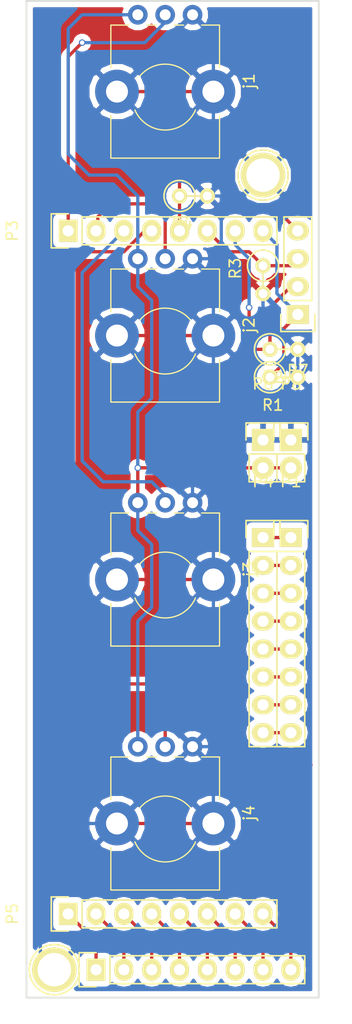
<source format=kicad_pcb>
(kicad_pcb (version 4) (host pcbnew 4.0.6+dfsg1-1)

  (general
    (links 52)
    (no_connects 0)
    (area 120.696667 50.059999 152.988334 143.463333)
    (thickness 1.6)
    (drawings 6)
    (tracks 152)
    (zones 0)
    (modules 18)
    (nets 27)
  )

  (page A4)
  (title_block
    (title "Module Specific Board 2")
    (date 2017-11-01)
    (rev 1)
    (company "Alexandros Drymonitis")
  )

  (layers
    (0 F.Cu signal)
    (31 B.Cu signal)
    (32 B.Adhes user)
    (33 F.Adhes user)
    (34 B.Paste user)
    (35 F.Paste user)
    (36 B.SilkS user)
    (37 F.SilkS user)
    (38 B.Mask user)
    (39 F.Mask user)
    (40 Dwgs.User user)
    (41 Cmts.User user)
    (42 Eco1.User user)
    (43 Eco2.User user)
    (44 Edge.Cuts user)
    (45 Margin user)
    (46 B.CrtYd user)
    (47 F.CrtYd user)
    (48 B.Fab user)
    (49 F.Fab user)
  )

  (setup
    (last_trace_width 0.3)
    (trace_clearance 0.2)
    (zone_clearance 0.508)
    (zone_45_only yes)
    (trace_min 0.2)
    (segment_width 0.2)
    (edge_width 0.15)
    (via_size 0.6)
    (via_drill 0.4)
    (via_min_size 0.5)
    (via_min_drill 0.3)
    (uvia_size 0.3)
    (uvia_drill 0.1)
    (uvias_allowed no)
    (uvia_min_size 0.2)
    (uvia_min_drill 0.1)
    (pcb_text_width 0.3)
    (pcb_text_size 1.5 1.5)
    (mod_edge_width 0.15)
    (mod_text_size 1 1)
    (mod_text_width 0.15)
    (pad_size 1.524 1.524)
    (pad_drill 0.762)
    (pad_to_mask_clearance 0.2)
    (aux_axis_origin 0 0)
    (visible_elements FFFFFF7F)
    (pcbplotparams
      (layerselection 0x010f0_80000001)
      (usegerberextensions false)
      (excludeedgelayer true)
      (linewidth 0.050000)
      (plotframeref false)
      (viasonmask false)
      (mode 1)
      (useauxorigin false)
      (hpglpennumber 1)
      (hpglpenspeed 20)
      (hpglpendiameter 15)
      (hpglpenoverlay 2)
      (psnegative false)
      (psa4output false)
      (plotreference true)
      (plotvalue true)
      (plotinvisibletext false)
      (padsonsilk false)
      (subtractmaskfromsilk false)
      (outputformat 1)
      (mirror false)
      (drillshape 0)
      (scaleselection 1)
      (outputdirectory ../../../../Documents/kicad/3dPd/module_specific_board2/svg_files/))
  )

  (net 0 "")
  (net 1 /POT1)
  (net 2 GND)
  (net 3 VCC)
  (net 4 /POT2)
  (net 5 /POT3)
  (net 6 /POT4)
  (net 7 "Net-(P1-Pad1)")
  (net 8 "Net-(P1-Pad2)")
  (net 9 "Net-(P1-Pad3)")
  (net 10 "Net-(P1-Pad4)")
  (net 11 "Net-(P1-Pad5)")
  (net 12 "Net-(P1-Pad6)")
  (net 13 "Net-(P1-Pad7)")
  (net 14 "Net-(P1-Pad8)")
  (net 15 "Net-(P2-Pad1)")
  (net 16 "Net-(P2-Pad2)")
  (net 17 "Net-(P2-Pad3)")
  (net 18 "Net-(P2-Pad4)")
  (net 19 "Net-(P2-Pad5)")
  (net 20 "Net-(P2-Pad6)")
  (net 21 "Net-(P2-Pad7)")
  (net 22 "Net-(P2-Pad8)")
  (net 23 /MUX5)
  (net 24 /MUX6)
  (net 25 /MUX7)
  (net 26 /MUX8)

  (net_class Default "This is the default net class."
    (clearance 0.2)
    (trace_width 0.3)
    (via_dia 0.6)
    (via_drill 0.4)
    (uvia_dia 0.3)
    (uvia_drill 0.1)
    (add_net /MUX5)
    (add_net /MUX6)
    (add_net /MUX7)
    (add_net /MUX8)
    (add_net /POT1)
    (add_net /POT2)
    (add_net /POT3)
    (add_net /POT4)
    (add_net GND)
    (add_net "Net-(P1-Pad1)")
    (add_net "Net-(P1-Pad2)")
    (add_net "Net-(P1-Pad3)")
    (add_net "Net-(P1-Pad4)")
    (add_net "Net-(P1-Pad5)")
    (add_net "Net-(P1-Pad6)")
    (add_net "Net-(P1-Pad7)")
    (add_net "Net-(P1-Pad8)")
    (add_net "Net-(P2-Pad1)")
    (add_net "Net-(P2-Pad2)")
    (add_net "Net-(P2-Pad3)")
    (add_net "Net-(P2-Pad4)")
    (add_net "Net-(P2-Pad5)")
    (add_net "Net-(P2-Pad6)")
    (add_net "Net-(P2-Pad7)")
    (add_net "Net-(P2-Pad8)")
    (add_net VCC)
  )

  (module Pin_Headers:Pin_Header_Straight_1x08 (layer F.Cu) (tedit 0) (tstamp 5965F0FD)
    (at 127 71.12 90)
    (descr "Through hole pin header")
    (tags "pin header")
    (path /5965E8CA)
    (fp_text reference P3 (at 0 -5.1 90) (layer F.SilkS)
      (effects (font (size 1 1) (thickness 0.15)))
    )
    (fp_text value CONN_01X08 (at 0 -3.1 90) (layer F.Fab)
      (effects (font (size 1 1) (thickness 0.15)))
    )
    (fp_line (start -1.75 -1.75) (end -1.75 19.55) (layer F.CrtYd) (width 0.05))
    (fp_line (start 1.75 -1.75) (end 1.75 19.55) (layer F.CrtYd) (width 0.05))
    (fp_line (start -1.75 -1.75) (end 1.75 -1.75) (layer F.CrtYd) (width 0.05))
    (fp_line (start -1.75 19.55) (end 1.75 19.55) (layer F.CrtYd) (width 0.05))
    (fp_line (start 1.27 1.27) (end 1.27 19.05) (layer F.SilkS) (width 0.15))
    (fp_line (start 1.27 19.05) (end -1.27 19.05) (layer F.SilkS) (width 0.15))
    (fp_line (start -1.27 19.05) (end -1.27 1.27) (layer F.SilkS) (width 0.15))
    (fp_line (start 1.55 -1.55) (end 1.55 0) (layer F.SilkS) (width 0.15))
    (fp_line (start 1.27 1.27) (end -1.27 1.27) (layer F.SilkS) (width 0.15))
    (fp_line (start -1.55 0) (end -1.55 -1.55) (layer F.SilkS) (width 0.15))
    (fp_line (start -1.55 -1.55) (end 1.55 -1.55) (layer F.SilkS) (width 0.15))
    (pad 1 thru_hole rect (at 0 0 90) (size 2.032 1.7272) (drill 1.016) (layers *.Cu *.Mask F.SilkS)
      (net 1 /POT1))
    (pad 2 thru_hole oval (at 0 2.54 90) (size 2.032 1.7272) (drill 1.016) (layers *.Cu *.Mask F.SilkS)
      (net 4 /POT2))
    (pad 3 thru_hole oval (at 0 5.08 90) (size 2.032 1.7272) (drill 1.016) (layers *.Cu *.Mask F.SilkS)
      (net 5 /POT3))
    (pad 4 thru_hole oval (at 0 7.62 90) (size 2.032 1.7272) (drill 1.016) (layers *.Cu *.Mask F.SilkS)
      (net 6 /POT4))
    (pad 5 thru_hole oval (at 0 10.16 90) (size 2.032 1.7272) (drill 1.016) (layers *.Cu *.Mask F.SilkS)
      (net 23 /MUX5))
    (pad 6 thru_hole oval (at 0 12.7 90) (size 2.032 1.7272) (drill 1.016) (layers *.Cu *.Mask F.SilkS)
      (net 24 /MUX6))
    (pad 7 thru_hole oval (at 0 15.24 90) (size 2.032 1.7272) (drill 1.016) (layers *.Cu *.Mask F.SilkS)
      (net 25 /MUX7))
    (pad 8 thru_hole oval (at 0 17.78 90) (size 2.032 1.7272) (drill 1.016) (layers *.Cu *.Mask F.SilkS)
      (net 26 /MUX8))
    (model Pin_Headers.3dshapes/Pin_Header_Straight_1x08.wrl
      (at (xyz 0 -0.35 0))
      (scale (xyz 1 1 1))
      (rotate (xyz 0 0 90))
    )
  )

  (module Potentiometers:Potentiometer_Alps_RK09K_Horizontal (layer F.Cu) (tedit 58826B09) (tstamp 59EF06A7)
    (at 133.35 51.435 270)
    (descr "Potentiometer, horizontally mounted, Omeg PC16PU, Omeg PC16PU, Omeg PC16PU, Vishay/Spectrol 248GJ/249GJ Single, Vishay/Spectrol 248GJ/249GJ Single, Vishay/Spectrol 248GJ/249GJ Single, Vishay/Spectrol 248GH/249GH Single, Vishay/Spectrol 148/149 Single, Vishay/Spectrol 148/149 Single, Vishay/Spectrol 148/149 Single, Vishay/Spectrol 148A/149A Single with mounting plates, Vishay/Spectrol 148/149 Double, Vishay/Spectrol 148A/149A Double with mounting plates, Piher PC-16 Single, Piher PC-16 Single, Piher PC-16 Single, Piher PC-16SV Single, Piher PC-16 Double, Piher PC-16 Triple, Piher T16H Single, Piher T16L Single, Piher T16H Double, Alps RK163 Single, Alps RK163 Double, Alps RK097 Single, Alps RK097 Double, Bourns PTV09A-2 Single with mounting sleve Single, Bourns PTV09A-1 with mounting sleve Single, Bourns PRS11S Single, Alps RK09K Single with mounting sleve Single, Alps RK09K with mounting sleve Single, http://www.alps.com/prod/info/E/HTML/Potentiometer/RotaryPotentiometers/RK09K/RK09D1130C1B.html")
    (tags "Potentiometer horizontal  Omeg PC16PU  Omeg PC16PU  Omeg PC16PU  Vishay/Spectrol 248GJ/249GJ Single  Vishay/Spectrol 248GJ/249GJ Single  Vishay/Spectrol 248GJ/249GJ Single  Vishay/Spectrol 248GH/249GH Single  Vishay/Spectrol 148/149 Single  Vishay/Spectrol 148/149 Single  Vishay/Spectrol 148/149 Single  Vishay/Spectrol 148A/149A Single with mounting plates  Vishay/Spectrol 148/149 Double  Vishay/Spectrol 148A/149A Double with mounting plates  Piher PC-16 Single  Piher PC-16 Single  Piher PC-16 Single  Piher PC-16SV Single  Piher PC-16 Double  Piher PC-16 Triple  Piher T16H Single  Piher T16L Single  Piher T16H Double  Alps RK163 Single  Alps RK163 Double  Alps RK097 Single  Alps RK097 Double  Bourns PTV09A-2 Single with mounting sleve Single  Bourns PTV09A-1 with mounting sleve Single  Bourns PRS11S Single  Alps RK09K Single with mounting sleve Single  Alps RK09K with mounting sleve Single")
    (path /59EF07F6)
    (fp_text reference j1 (at 6.05 -10.15 270) (layer F.SilkS)
      (effects (font (size 1 1) (thickness 0.15)))
    )
    (fp_text value ALPSpot097 (at 6.05 5.15 270) (layer F.Fab)
      (effects (font (size 1 1) (thickness 0.15)))
    )
    (fp_arc (start 7.5 -2.5) (end 8.673 0.262) (angle -134) (layer F.SilkS) (width 0.12))
    (fp_arc (start 7.5 -2.5) (end 5.572 -4.798) (angle -100) (layer F.SilkS) (width 0.12))
    (fp_circle (center 7.5 -2.5) (end 10.75 -2.5) (layer F.Fab) (width 0.1))
    (fp_circle (center 7.5 -2.5) (end 10.5 -2.5) (layer F.Fab) (width 0.1))
    (fp_line (start 1 -7.4) (end 1 2.4) (layer F.Fab) (width 0.1))
    (fp_line (start 1 2.4) (end 13 2.4) (layer F.Fab) (width 0.1))
    (fp_line (start 13 2.4) (end 13 -7.4) (layer F.Fab) (width 0.1))
    (fp_line (start 13 -7.4) (end 1 -7.4) (layer F.Fab) (width 0.1))
    (fp_line (start 0.94 -7.461) (end 4.806 -7.461) (layer F.SilkS) (width 0.12))
    (fp_line (start 9.195 -7.461) (end 13.06 -7.461) (layer F.SilkS) (width 0.12))
    (fp_line (start 0.94 2.46) (end 4.806 2.46) (layer F.SilkS) (width 0.12))
    (fp_line (start 9.195 2.46) (end 13.06 2.46) (layer F.SilkS) (width 0.12))
    (fp_line (start 0.94 -7.461) (end 0.94 -5.825) (layer F.SilkS) (width 0.12))
    (fp_line (start 0.94 -4.175) (end 0.94 -3.325) (layer F.SilkS) (width 0.12))
    (fp_line (start 0.94 -1.675) (end 0.94 -0.825) (layer F.SilkS) (width 0.12))
    (fp_line (start 0.94 0.825) (end 0.94 2.46) (layer F.SilkS) (width 0.12))
    (fp_line (start 13.06 -7.461) (end 13.06 2.46) (layer F.SilkS) (width 0.12))
    (fp_line (start -1.15 -9.15) (end -1.15 4.15) (layer F.CrtYd) (width 0.05))
    (fp_line (start -1.15 4.15) (end 13.25 4.15) (layer F.CrtYd) (width 0.05))
    (fp_line (start 13.25 4.15) (end 13.25 -9.15) (layer F.CrtYd) (width 0.05))
    (fp_line (start 13.25 -9.15) (end -1.15 -9.15) (layer F.CrtYd) (width 0.05))
    (pad 3 thru_hole circle (at 0 -5 270) (size 1.8 1.8) (drill 1) (layers *.Cu *.Mask)
      (net 2 GND))
    (pad 2 thru_hole circle (at 0 -2.5 270) (size 1.8 1.8) (drill 1) (layers *.Cu *.Mask)
      (net 1 /POT1))
    (pad 1 thru_hole circle (at 0 0 270) (size 1.8 1.8) (drill 1) (layers *.Cu *.Mask)
      (net 3 VCC))
    (pad 0 np_thru_hole circle (at 7 -6.9 270) (size 4 4) (drill 2) (layers *.Cu *.Mask)
      (net 2 GND))
    (pad 0 np_thru_hole circle (at 7 1.9 270) (size 4 4) (drill 2) (layers *.Cu *.Mask)
      (net 2 GND))
    (model Potentiometers.3dshapes/Potentiometer_Alps_RK09K_Horizontal.wrl
      (at (xyz 0 0 0))
      (scale (xyz 0.393701 0.393701 0.393701))
      (rotate (xyz 0 0 0))
    )
  )

  (module Pin_Headers:Pin_Header_Straight_1x08 (layer F.Cu) (tedit 0) (tstamp 5965F0E5)
    (at 147.32 99.06)
    (descr "Through hole pin header")
    (tags "pin header")
    (path /5965E970)
    (fp_text reference P1 (at 0 -5.1) (layer F.SilkS)
      (effects (font (size 1 1) (thickness 0.15)))
    )
    (fp_text value CONN_01X08 (at 0 -3.1) (layer F.Fab)
      (effects (font (size 1 1) (thickness 0.15)))
    )
    (fp_line (start -1.75 -1.75) (end -1.75 19.55) (layer F.CrtYd) (width 0.05))
    (fp_line (start 1.75 -1.75) (end 1.75 19.55) (layer F.CrtYd) (width 0.05))
    (fp_line (start -1.75 -1.75) (end 1.75 -1.75) (layer F.CrtYd) (width 0.05))
    (fp_line (start -1.75 19.55) (end 1.75 19.55) (layer F.CrtYd) (width 0.05))
    (fp_line (start 1.27 1.27) (end 1.27 19.05) (layer F.SilkS) (width 0.15))
    (fp_line (start 1.27 19.05) (end -1.27 19.05) (layer F.SilkS) (width 0.15))
    (fp_line (start -1.27 19.05) (end -1.27 1.27) (layer F.SilkS) (width 0.15))
    (fp_line (start 1.55 -1.55) (end 1.55 0) (layer F.SilkS) (width 0.15))
    (fp_line (start 1.27 1.27) (end -1.27 1.27) (layer F.SilkS) (width 0.15))
    (fp_line (start -1.55 0) (end -1.55 -1.55) (layer F.SilkS) (width 0.15))
    (fp_line (start -1.55 -1.55) (end 1.55 -1.55) (layer F.SilkS) (width 0.15))
    (pad 1 thru_hole rect (at 0 0) (size 2.032 1.7272) (drill 1.016) (layers *.Cu *.Mask F.SilkS)
      (net 7 "Net-(P1-Pad1)"))
    (pad 2 thru_hole oval (at 0 2.54) (size 2.032 1.7272) (drill 1.016) (layers *.Cu *.Mask F.SilkS)
      (net 8 "Net-(P1-Pad2)"))
    (pad 3 thru_hole oval (at 0 5.08) (size 2.032 1.7272) (drill 1.016) (layers *.Cu *.Mask F.SilkS)
      (net 9 "Net-(P1-Pad3)"))
    (pad 4 thru_hole oval (at 0 7.62) (size 2.032 1.7272) (drill 1.016) (layers *.Cu *.Mask F.SilkS)
      (net 10 "Net-(P1-Pad4)"))
    (pad 5 thru_hole oval (at 0 10.16) (size 2.032 1.7272) (drill 1.016) (layers *.Cu *.Mask F.SilkS)
      (net 11 "Net-(P1-Pad5)"))
    (pad 6 thru_hole oval (at 0 12.7) (size 2.032 1.7272) (drill 1.016) (layers *.Cu *.Mask F.SilkS)
      (net 12 "Net-(P1-Pad6)"))
    (pad 7 thru_hole oval (at 0 15.24) (size 2.032 1.7272) (drill 1.016) (layers *.Cu *.Mask F.SilkS)
      (net 13 "Net-(P1-Pad7)"))
    (pad 8 thru_hole oval (at 0 17.78) (size 2.032 1.7272) (drill 1.016) (layers *.Cu *.Mask F.SilkS)
      (net 14 "Net-(P1-Pad8)"))
    (model Pin_Headers.3dshapes/Pin_Header_Straight_1x08.wrl
      (at (xyz 0 -0.35 0))
      (scale (xyz 1 1 1))
      (rotate (xyz 0 0 90))
    )
  )

  (module Pin_Headers:Pin_Header_Straight_1x08 (layer F.Cu) (tedit 0) (tstamp 5965F0F1)
    (at 129.54 138.43 90)
    (descr "Through hole pin header")
    (tags "pin header")
    (path /5965E9A2)
    (fp_text reference P2 (at 0 -5.1 90) (layer F.SilkS)
      (effects (font (size 1 1) (thickness 0.15)))
    )
    (fp_text value CONN_01X08 (at 0 -3.1 90) (layer F.Fab)
      (effects (font (size 1 1) (thickness 0.15)))
    )
    (fp_line (start -1.75 -1.75) (end -1.75 19.55) (layer F.CrtYd) (width 0.05))
    (fp_line (start 1.75 -1.75) (end 1.75 19.55) (layer F.CrtYd) (width 0.05))
    (fp_line (start -1.75 -1.75) (end 1.75 -1.75) (layer F.CrtYd) (width 0.05))
    (fp_line (start -1.75 19.55) (end 1.75 19.55) (layer F.CrtYd) (width 0.05))
    (fp_line (start 1.27 1.27) (end 1.27 19.05) (layer F.SilkS) (width 0.15))
    (fp_line (start 1.27 19.05) (end -1.27 19.05) (layer F.SilkS) (width 0.15))
    (fp_line (start -1.27 19.05) (end -1.27 1.27) (layer F.SilkS) (width 0.15))
    (fp_line (start 1.55 -1.55) (end 1.55 0) (layer F.SilkS) (width 0.15))
    (fp_line (start 1.27 1.27) (end -1.27 1.27) (layer F.SilkS) (width 0.15))
    (fp_line (start -1.55 0) (end -1.55 -1.55) (layer F.SilkS) (width 0.15))
    (fp_line (start -1.55 -1.55) (end 1.55 -1.55) (layer F.SilkS) (width 0.15))
    (pad 1 thru_hole rect (at 0 0 90) (size 2.032 1.7272) (drill 1.016) (layers *.Cu *.Mask F.SilkS)
      (net 15 "Net-(P2-Pad1)"))
    (pad 2 thru_hole oval (at 0 2.54 90) (size 2.032 1.7272) (drill 1.016) (layers *.Cu *.Mask F.SilkS)
      (net 16 "Net-(P2-Pad2)"))
    (pad 3 thru_hole oval (at 0 5.08 90) (size 2.032 1.7272) (drill 1.016) (layers *.Cu *.Mask F.SilkS)
      (net 17 "Net-(P2-Pad3)"))
    (pad 4 thru_hole oval (at 0 7.62 90) (size 2.032 1.7272) (drill 1.016) (layers *.Cu *.Mask F.SilkS)
      (net 18 "Net-(P2-Pad4)"))
    (pad 5 thru_hole oval (at 0 10.16 90) (size 2.032 1.7272) (drill 1.016) (layers *.Cu *.Mask F.SilkS)
      (net 19 "Net-(P2-Pad5)"))
    (pad 6 thru_hole oval (at 0 12.7 90) (size 2.032 1.7272) (drill 1.016) (layers *.Cu *.Mask F.SilkS)
      (net 20 "Net-(P2-Pad6)"))
    (pad 7 thru_hole oval (at 0 15.24 90) (size 2.032 1.7272) (drill 1.016) (layers *.Cu *.Mask F.SilkS)
      (net 21 "Net-(P2-Pad7)"))
    (pad 8 thru_hole oval (at 0 17.78 90) (size 2.032 1.7272) (drill 1.016) (layers *.Cu *.Mask F.SilkS)
      (net 22 "Net-(P2-Pad8)"))
    (model Pin_Headers.3dshapes/Pin_Header_Straight_1x08.wrl
      (at (xyz 0 -0.35 0))
      (scale (xyz 1 1 1))
      (rotate (xyz 0 0 90))
    )
  )

  (module Pin_Headers:Pin_Header_Straight_1x08 (layer F.Cu) (tedit 0) (tstamp 5965F109)
    (at 144.78 99.06)
    (descr "Through hole pin header")
    (tags "pin header")
    (path /5965E91D)
    (fp_text reference P4 (at 0 -5.1) (layer F.SilkS)
      (effects (font (size 1 1) (thickness 0.15)))
    )
    (fp_text value CONN_01X08 (at 0 -3.1) (layer F.Fab)
      (effects (font (size 1 1) (thickness 0.15)))
    )
    (fp_line (start -1.75 -1.75) (end -1.75 19.55) (layer F.CrtYd) (width 0.05))
    (fp_line (start 1.75 -1.75) (end 1.75 19.55) (layer F.CrtYd) (width 0.05))
    (fp_line (start -1.75 -1.75) (end 1.75 -1.75) (layer F.CrtYd) (width 0.05))
    (fp_line (start -1.75 19.55) (end 1.75 19.55) (layer F.CrtYd) (width 0.05))
    (fp_line (start 1.27 1.27) (end 1.27 19.05) (layer F.SilkS) (width 0.15))
    (fp_line (start 1.27 19.05) (end -1.27 19.05) (layer F.SilkS) (width 0.15))
    (fp_line (start -1.27 19.05) (end -1.27 1.27) (layer F.SilkS) (width 0.15))
    (fp_line (start 1.55 -1.55) (end 1.55 0) (layer F.SilkS) (width 0.15))
    (fp_line (start 1.27 1.27) (end -1.27 1.27) (layer F.SilkS) (width 0.15))
    (fp_line (start -1.55 0) (end -1.55 -1.55) (layer F.SilkS) (width 0.15))
    (fp_line (start -1.55 -1.55) (end 1.55 -1.55) (layer F.SilkS) (width 0.15))
    (pad 1 thru_hole rect (at 0 0) (size 2.032 1.7272) (drill 1.016) (layers *.Cu *.Mask F.SilkS)
      (net 7 "Net-(P1-Pad1)"))
    (pad 2 thru_hole oval (at 0 2.54) (size 2.032 1.7272) (drill 1.016) (layers *.Cu *.Mask F.SilkS)
      (net 8 "Net-(P1-Pad2)"))
    (pad 3 thru_hole oval (at 0 5.08) (size 2.032 1.7272) (drill 1.016) (layers *.Cu *.Mask F.SilkS)
      (net 9 "Net-(P1-Pad3)"))
    (pad 4 thru_hole oval (at 0 7.62) (size 2.032 1.7272) (drill 1.016) (layers *.Cu *.Mask F.SilkS)
      (net 10 "Net-(P1-Pad4)"))
    (pad 5 thru_hole oval (at 0 10.16) (size 2.032 1.7272) (drill 1.016) (layers *.Cu *.Mask F.SilkS)
      (net 11 "Net-(P1-Pad5)"))
    (pad 6 thru_hole oval (at 0 12.7) (size 2.032 1.7272) (drill 1.016) (layers *.Cu *.Mask F.SilkS)
      (net 12 "Net-(P1-Pad6)"))
    (pad 7 thru_hole oval (at 0 15.24) (size 2.032 1.7272) (drill 1.016) (layers *.Cu *.Mask F.SilkS)
      (net 13 "Net-(P1-Pad7)"))
    (pad 8 thru_hole oval (at 0 17.78) (size 2.032 1.7272) (drill 1.016) (layers *.Cu *.Mask F.SilkS)
      (net 14 "Net-(P1-Pad8)"))
    (model Pin_Headers.3dshapes/Pin_Header_Straight_1x08.wrl
      (at (xyz 0 -0.35 0))
      (scale (xyz 1 1 1))
      (rotate (xyz 0 0 90))
    )
  )

  (module Pin_Headers:Pin_Header_Straight_1x08 (layer F.Cu) (tedit 0) (tstamp 5965F115)
    (at 127 133.35 90)
    (descr "Through hole pin header")
    (tags "pin header")
    (path /5965E93F)
    (fp_text reference P5 (at 0 -5.1 90) (layer F.SilkS)
      (effects (font (size 1 1) (thickness 0.15)))
    )
    (fp_text value CONN_01X08 (at 0 -3.1 90) (layer F.Fab)
      (effects (font (size 1 1) (thickness 0.15)))
    )
    (fp_line (start -1.75 -1.75) (end -1.75 19.55) (layer F.CrtYd) (width 0.05))
    (fp_line (start 1.75 -1.75) (end 1.75 19.55) (layer F.CrtYd) (width 0.05))
    (fp_line (start -1.75 -1.75) (end 1.75 -1.75) (layer F.CrtYd) (width 0.05))
    (fp_line (start -1.75 19.55) (end 1.75 19.55) (layer F.CrtYd) (width 0.05))
    (fp_line (start 1.27 1.27) (end 1.27 19.05) (layer F.SilkS) (width 0.15))
    (fp_line (start 1.27 19.05) (end -1.27 19.05) (layer F.SilkS) (width 0.15))
    (fp_line (start -1.27 19.05) (end -1.27 1.27) (layer F.SilkS) (width 0.15))
    (fp_line (start 1.55 -1.55) (end 1.55 0) (layer F.SilkS) (width 0.15))
    (fp_line (start 1.27 1.27) (end -1.27 1.27) (layer F.SilkS) (width 0.15))
    (fp_line (start -1.55 0) (end -1.55 -1.55) (layer F.SilkS) (width 0.15))
    (fp_line (start -1.55 -1.55) (end 1.55 -1.55) (layer F.SilkS) (width 0.15))
    (pad 1 thru_hole rect (at 0 0 90) (size 2.032 1.7272) (drill 1.016) (layers *.Cu *.Mask F.SilkS)
      (net 15 "Net-(P2-Pad1)"))
    (pad 2 thru_hole oval (at 0 2.54 90) (size 2.032 1.7272) (drill 1.016) (layers *.Cu *.Mask F.SilkS)
      (net 16 "Net-(P2-Pad2)"))
    (pad 3 thru_hole oval (at 0 5.08 90) (size 2.032 1.7272) (drill 1.016) (layers *.Cu *.Mask F.SilkS)
      (net 17 "Net-(P2-Pad3)"))
    (pad 4 thru_hole oval (at 0 7.62 90) (size 2.032 1.7272) (drill 1.016) (layers *.Cu *.Mask F.SilkS)
      (net 18 "Net-(P2-Pad4)"))
    (pad 5 thru_hole oval (at 0 10.16 90) (size 2.032 1.7272) (drill 1.016) (layers *.Cu *.Mask F.SilkS)
      (net 19 "Net-(P2-Pad5)"))
    (pad 6 thru_hole oval (at 0 12.7 90) (size 2.032 1.7272) (drill 1.016) (layers *.Cu *.Mask F.SilkS)
      (net 20 "Net-(P2-Pad6)"))
    (pad 7 thru_hole oval (at 0 15.24 90) (size 2.032 1.7272) (drill 1.016) (layers *.Cu *.Mask F.SilkS)
      (net 21 "Net-(P2-Pad7)"))
    (pad 8 thru_hole oval (at 0 17.78 90) (size 2.032 1.7272) (drill 1.016) (layers *.Cu *.Mask F.SilkS)
      (net 22 "Net-(P2-Pad8)"))
    (model Pin_Headers.3dshapes/Pin_Header_Straight_1x08.wrl
      (at (xyz 0 -0.35 0))
      (scale (xyz 1 1 1))
      (rotate (xyz 0 0 90))
    )
  )

  (module Pin_Headers:Pin_Header_Straight_1x02 (layer F.Cu) (tedit 54EA090C) (tstamp 5965F11B)
    (at 144.78 90.17)
    (descr "Through hole pin header")
    (tags "pin header")
    (path /5965E87A)
    (fp_text reference P6 (at 0 -5.1) (layer F.SilkS)
      (effects (font (size 1 1) (thickness 0.15)))
    )
    (fp_text value CONN_01X02 (at 0 -3.1) (layer F.Fab)
      (effects (font (size 1 1) (thickness 0.15)))
    )
    (fp_line (start 1.27 1.27) (end 1.27 3.81) (layer F.SilkS) (width 0.15))
    (fp_line (start 1.55 -1.55) (end 1.55 0) (layer F.SilkS) (width 0.15))
    (fp_line (start -1.75 -1.75) (end -1.75 4.3) (layer F.CrtYd) (width 0.05))
    (fp_line (start 1.75 -1.75) (end 1.75 4.3) (layer F.CrtYd) (width 0.05))
    (fp_line (start -1.75 -1.75) (end 1.75 -1.75) (layer F.CrtYd) (width 0.05))
    (fp_line (start -1.75 4.3) (end 1.75 4.3) (layer F.CrtYd) (width 0.05))
    (fp_line (start 1.27 1.27) (end -1.27 1.27) (layer F.SilkS) (width 0.15))
    (fp_line (start -1.55 0) (end -1.55 -1.55) (layer F.SilkS) (width 0.15))
    (fp_line (start -1.55 -1.55) (end 1.55 -1.55) (layer F.SilkS) (width 0.15))
    (fp_line (start -1.27 1.27) (end -1.27 3.81) (layer F.SilkS) (width 0.15))
    (fp_line (start -1.27 3.81) (end 1.27 3.81) (layer F.SilkS) (width 0.15))
    (pad 1 thru_hole rect (at 0 0) (size 2.032 2.032) (drill 1.016) (layers *.Cu *.Mask F.SilkS)
      (net 2 GND))
    (pad 2 thru_hole oval (at 0 2.54) (size 2.032 2.032) (drill 1.016) (layers *.Cu *.Mask F.SilkS)
      (net 3 VCC))
    (model Pin_Headers.3dshapes/Pin_Header_Straight_1x02.wrl
      (at (xyz 0 -0.05 0))
      (scale (xyz 1 1 1))
      (rotate (xyz 0 0 90))
    )
  )

  (module Pin_Headers:Pin_Header_Straight_1x04 (layer F.Cu) (tedit 0) (tstamp 5965F123)
    (at 147.955 78.74 180)
    (descr "Through hole pin header")
    (tags "pin header")
    (path /5965F62B)
    (fp_text reference P7 (at 0 -5.1 180) (layer F.SilkS)
      (effects (font (size 1 1) (thickness 0.15)))
    )
    (fp_text value CONN_01X04 (at 0 -3.1 180) (layer F.Fab)
      (effects (font (size 1 1) (thickness 0.15)))
    )
    (fp_line (start -1.75 -1.75) (end -1.75 9.4) (layer F.CrtYd) (width 0.05))
    (fp_line (start 1.75 -1.75) (end 1.75 9.4) (layer F.CrtYd) (width 0.05))
    (fp_line (start -1.75 -1.75) (end 1.75 -1.75) (layer F.CrtYd) (width 0.05))
    (fp_line (start -1.75 9.4) (end 1.75 9.4) (layer F.CrtYd) (width 0.05))
    (fp_line (start -1.27 1.27) (end -1.27 8.89) (layer F.SilkS) (width 0.15))
    (fp_line (start 1.27 1.27) (end 1.27 8.89) (layer F.SilkS) (width 0.15))
    (fp_line (start 1.55 -1.55) (end 1.55 0) (layer F.SilkS) (width 0.15))
    (fp_line (start -1.27 8.89) (end 1.27 8.89) (layer F.SilkS) (width 0.15))
    (fp_line (start 1.27 1.27) (end -1.27 1.27) (layer F.SilkS) (width 0.15))
    (fp_line (start -1.55 0) (end -1.55 -1.55) (layer F.SilkS) (width 0.15))
    (fp_line (start -1.55 -1.55) (end 1.55 -1.55) (layer F.SilkS) (width 0.15))
    (pad 1 thru_hole rect (at 0 0 180) (size 2.032 1.7272) (drill 1.016) (layers *.Cu *.Mask F.SilkS)
      (net 26 /MUX8))
    (pad 2 thru_hole oval (at 0 2.54 180) (size 2.032 1.7272) (drill 1.016) (layers *.Cu *.Mask F.SilkS)
      (net 25 /MUX7))
    (pad 3 thru_hole oval (at 0 5.08 180) (size 2.032 1.7272) (drill 1.016) (layers *.Cu *.Mask F.SilkS)
      (net 24 /MUX6))
    (pad 4 thru_hole oval (at 0 7.62 180) (size 2.032 1.7272) (drill 1.016) (layers *.Cu *.Mask F.SilkS)
      (net 23 /MUX5))
    (model Pin_Headers.3dshapes/Pin_Header_Straight_1x04.wrl
      (at (xyz 0 -0.15 0))
      (scale (xyz 1 1 1))
      (rotate (xyz 0 0 90))
    )
  )

  (module Pin_Headers:Pin_Header_Straight_1x02 (layer F.Cu) (tedit 54EA090C) (tstamp 5965F129)
    (at 147.32 90.17)
    (descr "Through hole pin header")
    (tags "pin header")
    (path /5965FBC8)
    (fp_text reference P8 (at 0 -5.1) (layer F.SilkS)
      (effects (font (size 1 1) (thickness 0.15)))
    )
    (fp_text value CONN_01X02 (at 0 -3.1) (layer F.Fab)
      (effects (font (size 1 1) (thickness 0.15)))
    )
    (fp_line (start 1.27 1.27) (end 1.27 3.81) (layer F.SilkS) (width 0.15))
    (fp_line (start 1.55 -1.55) (end 1.55 0) (layer F.SilkS) (width 0.15))
    (fp_line (start -1.75 -1.75) (end -1.75 4.3) (layer F.CrtYd) (width 0.05))
    (fp_line (start 1.75 -1.75) (end 1.75 4.3) (layer F.CrtYd) (width 0.05))
    (fp_line (start -1.75 -1.75) (end 1.75 -1.75) (layer F.CrtYd) (width 0.05))
    (fp_line (start -1.75 4.3) (end 1.75 4.3) (layer F.CrtYd) (width 0.05))
    (fp_line (start 1.27 1.27) (end -1.27 1.27) (layer F.SilkS) (width 0.15))
    (fp_line (start -1.55 0) (end -1.55 -1.55) (layer F.SilkS) (width 0.15))
    (fp_line (start -1.55 -1.55) (end 1.55 -1.55) (layer F.SilkS) (width 0.15))
    (fp_line (start -1.27 1.27) (end -1.27 3.81) (layer F.SilkS) (width 0.15))
    (fp_line (start -1.27 3.81) (end 1.27 3.81) (layer F.SilkS) (width 0.15))
    (pad 1 thru_hole rect (at 0 0) (size 2.032 2.032) (drill 1.016) (layers *.Cu *.Mask F.SilkS)
      (net 2 GND))
    (pad 2 thru_hole oval (at 0 2.54) (size 2.032 2.032) (drill 1.016) (layers *.Cu *.Mask F.SilkS)
      (net 3 VCC))
    (model Pin_Headers.3dshapes/Pin_Header_Straight_1x02.wrl
      (at (xyz 0 -0.05 0))
      (scale (xyz 1 1 1))
      (rotate (xyz 0 0 90))
    )
  )

  (module drillhole:hole (layer F.Cu) (tedit 5957842A) (tstamp 596B6C77)
    (at 144.78 66.04)
    (descr "module 1 pin (ou trou mecanique de percage)")
    (tags DEV)
    (path /59660760)
    (fp_text reference P9 (at 0 -3.048) (layer F.SilkS) hide
      (effects (font (size 1 1) (thickness 0.15)))
    )
    (fp_text value CONN_01X01 (at 0 2.794) (layer F.Fab)
      (effects (font (size 1 1) (thickness 0.15)))
    )
    (fp_circle (center 0 0) (end 0 -2.286) (layer F.SilkS) (width 0.15))
    (pad 1 thru_hole circle (at 0 0) (size 4.064 4.064) (drill 3.048) (layers *.Cu *.Mask F.SilkS)
      (net 2 GND))
  )

  (module drillhole:hole (layer F.Cu) (tedit 5957842A) (tstamp 596B6C7B)
    (at 125.73 138.43)
    (descr "module 1 pin (ou trou mecanique de percage)")
    (tags DEV)
    (path /596607B8)
    (fp_text reference P10 (at 0 -3.048) (layer F.SilkS) hide
      (effects (font (size 1 1) (thickness 0.15)))
    )
    (fp_text value CONN_01X01 (at 0 2.794) (layer F.Fab)
      (effects (font (size 1 1) (thickness 0.15)))
    )
    (fp_circle (center 0 0) (end 0 -2.286) (layer F.SilkS) (width 0.15))
    (pad 1 thru_hole circle (at 0 0) (size 4.064 4.064) (drill 3.048) (layers *.Cu *.Mask F.SilkS)
      (net 2 GND))
  )

  (module Discret:R1 (layer F.Cu) (tedit 0) (tstamp 5993E6AC)
    (at 146.685 84.455)
    (descr "Resistance verticale")
    (tags R)
    (path /5993E59F)
    (fp_text reference R1 (at -1.016 2.54) (layer F.SilkS)
      (effects (font (size 1 1) (thickness 0.15)))
    )
    (fp_text value 10K (at -1.143 2.54) (layer F.Fab)
      (effects (font (size 1 1) (thickness 0.15)))
    )
    (fp_line (start -1.27 0) (end 1.27 0) (layer F.SilkS) (width 0.15))
    (fp_circle (center -1.27 0) (end -0.635 1.27) (layer F.SilkS) (width 0.15))
    (pad 1 thru_hole circle (at -1.27 0) (size 1.397 1.397) (drill 0.8128) (layers *.Cu *.Mask F.SilkS)
      (net 26 /MUX8))
    (pad 2 thru_hole circle (at 1.27 0) (size 1.397 1.397) (drill 0.8128) (layers *.Cu *.Mask F.SilkS)
      (net 2 GND))
    (model Discret.3dshapes/R1.wrl
      (at (xyz 0 0 0))
      (scale (xyz 1 1 1))
      (rotate (xyz 0 0 0))
    )
  )

  (module Discret:R1 (layer F.Cu) (tedit 0) (tstamp 5993E6B2)
    (at 146.685 81.915)
    (descr "Resistance verticale")
    (tags R)
    (path /5993E557)
    (fp_text reference R2 (at -1.016 2.54) (layer F.SilkS)
      (effects (font (size 1 1) (thickness 0.15)))
    )
    (fp_text value 10K (at -1.143 2.54) (layer F.Fab)
      (effects (font (size 1 1) (thickness 0.15)))
    )
    (fp_line (start -1.27 0) (end 1.27 0) (layer F.SilkS) (width 0.15))
    (fp_circle (center -1.27 0) (end -0.635 1.27) (layer F.SilkS) (width 0.15))
    (pad 1 thru_hole circle (at -1.27 0) (size 1.397 1.397) (drill 0.8128) (layers *.Cu *.Mask F.SilkS)
      (net 25 /MUX7))
    (pad 2 thru_hole circle (at 1.27 0) (size 1.397 1.397) (drill 0.8128) (layers *.Cu *.Mask F.SilkS)
      (net 2 GND))
    (model Discret.3dshapes/R1.wrl
      (at (xyz 0 0 0))
      (scale (xyz 1 1 1))
      (rotate (xyz 0 0 0))
    )
  )

  (module Discret:R1 (layer F.Cu) (tedit 0) (tstamp 5993E6B8)
    (at 144.78 75.565 270)
    (descr "Resistance verticale")
    (tags R)
    (path /5993E512)
    (fp_text reference R3 (at -1.016 2.54 270) (layer F.SilkS)
      (effects (font (size 1 1) (thickness 0.15)))
    )
    (fp_text value 10K (at -1.143 2.54 270) (layer F.Fab)
      (effects (font (size 1 1) (thickness 0.15)))
    )
    (fp_line (start -1.27 0) (end 1.27 0) (layer F.SilkS) (width 0.15))
    (fp_circle (center -1.27 0) (end -0.635 1.27) (layer F.SilkS) (width 0.15))
    (pad 1 thru_hole circle (at -1.27 0 270) (size 1.397 1.397) (drill 0.8128) (layers *.Cu *.Mask F.SilkS)
      (net 24 /MUX6))
    (pad 2 thru_hole circle (at 1.27 0 270) (size 1.397 1.397) (drill 0.8128) (layers *.Cu *.Mask F.SilkS)
      (net 2 GND))
    (model Discret.3dshapes/R1.wrl
      (at (xyz 0 0 0))
      (scale (xyz 1 1 1))
      (rotate (xyz 0 0 0))
    )
  )

  (module Discret:R1 (layer F.Cu) (tedit 0) (tstamp 5993E6BE)
    (at 138.43 67.945)
    (descr "Resistance verticale")
    (tags R)
    (path /5993E476)
    (fp_text reference R4 (at -1.016 2.54) (layer F.SilkS)
      (effects (font (size 1 1) (thickness 0.15)))
    )
    (fp_text value 10K (at -1.143 2.54) (layer F.Fab)
      (effects (font (size 1 1) (thickness 0.15)))
    )
    (fp_line (start -1.27 0) (end 1.27 0) (layer F.SilkS) (width 0.15))
    (fp_circle (center -1.27 0) (end -0.635 1.27) (layer F.SilkS) (width 0.15))
    (pad 1 thru_hole circle (at -1.27 0) (size 1.397 1.397) (drill 0.8128) (layers *.Cu *.Mask F.SilkS)
      (net 23 /MUX5))
    (pad 2 thru_hole circle (at 1.27 0) (size 1.397 1.397) (drill 0.8128) (layers *.Cu *.Mask F.SilkS)
      (net 2 GND))
    (model Discret.3dshapes/R1.wrl
      (at (xyz 0 0 0))
      (scale (xyz 1 1 1))
      (rotate (xyz 0 0 0))
    )
  )

  (module Potentiometers:Potentiometer_Alps_RK09K_Horizontal (layer F.Cu) (tedit 58826B09) (tstamp 59EF06B0)
    (at 133.35 73.66 270)
    (descr "Potentiometer, horizontally mounted, Omeg PC16PU, Omeg PC16PU, Omeg PC16PU, Vishay/Spectrol 248GJ/249GJ Single, Vishay/Spectrol 248GJ/249GJ Single, Vishay/Spectrol 248GJ/249GJ Single, Vishay/Spectrol 248GH/249GH Single, Vishay/Spectrol 148/149 Single, Vishay/Spectrol 148/149 Single, Vishay/Spectrol 148/149 Single, Vishay/Spectrol 148A/149A Single with mounting plates, Vishay/Spectrol 148/149 Double, Vishay/Spectrol 148A/149A Double with mounting plates, Piher PC-16 Single, Piher PC-16 Single, Piher PC-16 Single, Piher PC-16SV Single, Piher PC-16 Double, Piher PC-16 Triple, Piher T16H Single, Piher T16L Single, Piher T16H Double, Alps RK163 Single, Alps RK163 Double, Alps RK097 Single, Alps RK097 Double, Bourns PTV09A-2 Single with mounting sleve Single, Bourns PTV09A-1 with mounting sleve Single, Bourns PRS11S Single, Alps RK09K Single with mounting sleve Single, Alps RK09K with mounting sleve Single, http://www.alps.com/prod/info/E/HTML/Potentiometer/RotaryPotentiometers/RK09K/RK09D1130C1B.html")
    (tags "Potentiometer horizontal  Omeg PC16PU  Omeg PC16PU  Omeg PC16PU  Vishay/Spectrol 248GJ/249GJ Single  Vishay/Spectrol 248GJ/249GJ Single  Vishay/Spectrol 248GJ/249GJ Single  Vishay/Spectrol 248GH/249GH Single  Vishay/Spectrol 148/149 Single  Vishay/Spectrol 148/149 Single  Vishay/Spectrol 148/149 Single  Vishay/Spectrol 148A/149A Single with mounting plates  Vishay/Spectrol 148/149 Double  Vishay/Spectrol 148A/149A Double with mounting plates  Piher PC-16 Single  Piher PC-16 Single  Piher PC-16 Single  Piher PC-16SV Single  Piher PC-16 Double  Piher PC-16 Triple  Piher T16H Single  Piher T16L Single  Piher T16H Double  Alps RK163 Single  Alps RK163 Double  Alps RK097 Single  Alps RK097 Double  Bourns PTV09A-2 Single with mounting sleve Single  Bourns PTV09A-1 with mounting sleve Single  Bourns PRS11S Single  Alps RK09K Single with mounting sleve Single  Alps RK09K with mounting sleve Single")
    (path /59EF0860)
    (fp_text reference j2 (at 6.05 -10.15 270) (layer F.SilkS)
      (effects (font (size 1 1) (thickness 0.15)))
    )
    (fp_text value ALPSpot097 (at 6.05 5.15 270) (layer F.Fab)
      (effects (font (size 1 1) (thickness 0.15)))
    )
    (fp_arc (start 7.5 -2.5) (end 8.673 0.262) (angle -134) (layer F.SilkS) (width 0.12))
    (fp_arc (start 7.5 -2.5) (end 5.572 -4.798) (angle -100) (layer F.SilkS) (width 0.12))
    (fp_circle (center 7.5 -2.5) (end 10.75 -2.5) (layer F.Fab) (width 0.1))
    (fp_circle (center 7.5 -2.5) (end 10.5 -2.5) (layer F.Fab) (width 0.1))
    (fp_line (start 1 -7.4) (end 1 2.4) (layer F.Fab) (width 0.1))
    (fp_line (start 1 2.4) (end 13 2.4) (layer F.Fab) (width 0.1))
    (fp_line (start 13 2.4) (end 13 -7.4) (layer F.Fab) (width 0.1))
    (fp_line (start 13 -7.4) (end 1 -7.4) (layer F.Fab) (width 0.1))
    (fp_line (start 0.94 -7.461) (end 4.806 -7.461) (layer F.SilkS) (width 0.12))
    (fp_line (start 9.195 -7.461) (end 13.06 -7.461) (layer F.SilkS) (width 0.12))
    (fp_line (start 0.94 2.46) (end 4.806 2.46) (layer F.SilkS) (width 0.12))
    (fp_line (start 9.195 2.46) (end 13.06 2.46) (layer F.SilkS) (width 0.12))
    (fp_line (start 0.94 -7.461) (end 0.94 -5.825) (layer F.SilkS) (width 0.12))
    (fp_line (start 0.94 -4.175) (end 0.94 -3.325) (layer F.SilkS) (width 0.12))
    (fp_line (start 0.94 -1.675) (end 0.94 -0.825) (layer F.SilkS) (width 0.12))
    (fp_line (start 0.94 0.825) (end 0.94 2.46) (layer F.SilkS) (width 0.12))
    (fp_line (start 13.06 -7.461) (end 13.06 2.46) (layer F.SilkS) (width 0.12))
    (fp_line (start -1.15 -9.15) (end -1.15 4.15) (layer F.CrtYd) (width 0.05))
    (fp_line (start -1.15 4.15) (end 13.25 4.15) (layer F.CrtYd) (width 0.05))
    (fp_line (start 13.25 4.15) (end 13.25 -9.15) (layer F.CrtYd) (width 0.05))
    (fp_line (start 13.25 -9.15) (end -1.15 -9.15) (layer F.CrtYd) (width 0.05))
    (pad 3 thru_hole circle (at 0 -5 270) (size 1.8 1.8) (drill 1) (layers *.Cu *.Mask)
      (net 2 GND))
    (pad 2 thru_hole circle (at 0 -2.5 270) (size 1.8 1.8) (drill 1) (layers *.Cu *.Mask)
      (net 4 /POT2))
    (pad 1 thru_hole circle (at 0 0 270) (size 1.8 1.8) (drill 1) (layers *.Cu *.Mask)
      (net 3 VCC))
    (pad 0 np_thru_hole circle (at 7 -6.9 270) (size 4 4) (drill 2) (layers *.Cu *.Mask)
      (net 2 GND))
    (pad 0 np_thru_hole circle (at 7 1.9 270) (size 4 4) (drill 2) (layers *.Cu *.Mask)
      (net 2 GND))
    (model Potentiometers.3dshapes/Potentiometer_Alps_RK09K_Horizontal.wrl
      (at (xyz 0 0 0))
      (scale (xyz 0.393701 0.393701 0.393701))
      (rotate (xyz 0 0 0))
    )
  )

  (module Potentiometers:Potentiometer_Alps_RK09K_Horizontal (layer F.Cu) (tedit 58826B09) (tstamp 59EF06B9)
    (at 133.35 95.885 270)
    (descr "Potentiometer, horizontally mounted, Omeg PC16PU, Omeg PC16PU, Omeg PC16PU, Vishay/Spectrol 248GJ/249GJ Single, Vishay/Spectrol 248GJ/249GJ Single, Vishay/Spectrol 248GJ/249GJ Single, Vishay/Spectrol 248GH/249GH Single, Vishay/Spectrol 148/149 Single, Vishay/Spectrol 148/149 Single, Vishay/Spectrol 148/149 Single, Vishay/Spectrol 148A/149A Single with mounting plates, Vishay/Spectrol 148/149 Double, Vishay/Spectrol 148A/149A Double with mounting plates, Piher PC-16 Single, Piher PC-16 Single, Piher PC-16 Single, Piher PC-16SV Single, Piher PC-16 Double, Piher PC-16 Triple, Piher T16H Single, Piher T16L Single, Piher T16H Double, Alps RK163 Single, Alps RK163 Double, Alps RK097 Single, Alps RK097 Double, Bourns PTV09A-2 Single with mounting sleve Single, Bourns PTV09A-1 with mounting sleve Single, Bourns PRS11S Single, Alps RK09K Single with mounting sleve Single, Alps RK09K with mounting sleve Single, http://www.alps.com/prod/info/E/HTML/Potentiometer/RotaryPotentiometers/RK09K/RK09D1130C1B.html")
    (tags "Potentiometer horizontal  Omeg PC16PU  Omeg PC16PU  Omeg PC16PU  Vishay/Spectrol 248GJ/249GJ Single  Vishay/Spectrol 248GJ/249GJ Single  Vishay/Spectrol 248GJ/249GJ Single  Vishay/Spectrol 248GH/249GH Single  Vishay/Spectrol 148/149 Single  Vishay/Spectrol 148/149 Single  Vishay/Spectrol 148/149 Single  Vishay/Spectrol 148A/149A Single with mounting plates  Vishay/Spectrol 148/149 Double  Vishay/Spectrol 148A/149A Double with mounting plates  Piher PC-16 Single  Piher PC-16 Single  Piher PC-16 Single  Piher PC-16SV Single  Piher PC-16 Double  Piher PC-16 Triple  Piher T16H Single  Piher T16L Single  Piher T16H Double  Alps RK163 Single  Alps RK163 Double  Alps RK097 Single  Alps RK097 Double  Bourns PTV09A-2 Single with mounting sleve Single  Bourns PTV09A-1 with mounting sleve Single  Bourns PRS11S Single  Alps RK09K Single with mounting sleve Single  Alps RK09K with mounting sleve Single")
    (path /59EF08A3)
    (fp_text reference j3 (at 6.05 -10.15 270) (layer F.SilkS)
      (effects (font (size 1 1) (thickness 0.15)))
    )
    (fp_text value ALPSpot097 (at 6.05 5.15 270) (layer F.Fab)
      (effects (font (size 1 1) (thickness 0.15)))
    )
    (fp_arc (start 7.5 -2.5) (end 8.673 0.262) (angle -134) (layer F.SilkS) (width 0.12))
    (fp_arc (start 7.5 -2.5) (end 5.572 -4.798) (angle -100) (layer F.SilkS) (width 0.12))
    (fp_circle (center 7.5 -2.5) (end 10.75 -2.5) (layer F.Fab) (width 0.1))
    (fp_circle (center 7.5 -2.5) (end 10.5 -2.5) (layer F.Fab) (width 0.1))
    (fp_line (start 1 -7.4) (end 1 2.4) (layer F.Fab) (width 0.1))
    (fp_line (start 1 2.4) (end 13 2.4) (layer F.Fab) (width 0.1))
    (fp_line (start 13 2.4) (end 13 -7.4) (layer F.Fab) (width 0.1))
    (fp_line (start 13 -7.4) (end 1 -7.4) (layer F.Fab) (width 0.1))
    (fp_line (start 0.94 -7.461) (end 4.806 -7.461) (layer F.SilkS) (width 0.12))
    (fp_line (start 9.195 -7.461) (end 13.06 -7.461) (layer F.SilkS) (width 0.12))
    (fp_line (start 0.94 2.46) (end 4.806 2.46) (layer F.SilkS) (width 0.12))
    (fp_line (start 9.195 2.46) (end 13.06 2.46) (layer F.SilkS) (width 0.12))
    (fp_line (start 0.94 -7.461) (end 0.94 -5.825) (layer F.SilkS) (width 0.12))
    (fp_line (start 0.94 -4.175) (end 0.94 -3.325) (layer F.SilkS) (width 0.12))
    (fp_line (start 0.94 -1.675) (end 0.94 -0.825) (layer F.SilkS) (width 0.12))
    (fp_line (start 0.94 0.825) (end 0.94 2.46) (layer F.SilkS) (width 0.12))
    (fp_line (start 13.06 -7.461) (end 13.06 2.46) (layer F.SilkS) (width 0.12))
    (fp_line (start -1.15 -9.15) (end -1.15 4.15) (layer F.CrtYd) (width 0.05))
    (fp_line (start -1.15 4.15) (end 13.25 4.15) (layer F.CrtYd) (width 0.05))
    (fp_line (start 13.25 4.15) (end 13.25 -9.15) (layer F.CrtYd) (width 0.05))
    (fp_line (start 13.25 -9.15) (end -1.15 -9.15) (layer F.CrtYd) (width 0.05))
    (pad 3 thru_hole circle (at 0 -5 270) (size 1.8 1.8) (drill 1) (layers *.Cu *.Mask)
      (net 2 GND))
    (pad 2 thru_hole circle (at 0 -2.5 270) (size 1.8 1.8) (drill 1) (layers *.Cu *.Mask)
      (net 5 /POT3))
    (pad 1 thru_hole circle (at 0 0 270) (size 1.8 1.8) (drill 1) (layers *.Cu *.Mask)
      (net 3 VCC))
    (pad 0 np_thru_hole circle (at 7 -6.9 270) (size 4 4) (drill 2) (layers *.Cu *.Mask)
      (net 2 GND))
    (pad 0 np_thru_hole circle (at 7 1.9 270) (size 4 4) (drill 2) (layers *.Cu *.Mask)
      (net 2 GND))
    (model Potentiometers.3dshapes/Potentiometer_Alps_RK09K_Horizontal.wrl
      (at (xyz 0 0 0))
      (scale (xyz 0.393701 0.393701 0.393701))
      (rotate (xyz 0 0 0))
    )
  )

  (module Potentiometers:Potentiometer_Alps_RK09K_Horizontal (layer F.Cu) (tedit 58826B09) (tstamp 59EF06C2)
    (at 133.35 118.11 270)
    (descr "Potentiometer, horizontally mounted, Omeg PC16PU, Omeg PC16PU, Omeg PC16PU, Vishay/Spectrol 248GJ/249GJ Single, Vishay/Spectrol 248GJ/249GJ Single, Vishay/Spectrol 248GJ/249GJ Single, Vishay/Spectrol 248GH/249GH Single, Vishay/Spectrol 148/149 Single, Vishay/Spectrol 148/149 Single, Vishay/Spectrol 148/149 Single, Vishay/Spectrol 148A/149A Single with mounting plates, Vishay/Spectrol 148/149 Double, Vishay/Spectrol 148A/149A Double with mounting plates, Piher PC-16 Single, Piher PC-16 Single, Piher PC-16 Single, Piher PC-16SV Single, Piher PC-16 Double, Piher PC-16 Triple, Piher T16H Single, Piher T16L Single, Piher T16H Double, Alps RK163 Single, Alps RK163 Double, Alps RK097 Single, Alps RK097 Double, Bourns PTV09A-2 Single with mounting sleve Single, Bourns PTV09A-1 with mounting sleve Single, Bourns PRS11S Single, Alps RK09K Single with mounting sleve Single, Alps RK09K with mounting sleve Single, http://www.alps.com/prod/info/E/HTML/Potentiometer/RotaryPotentiometers/RK09K/RK09D1130C1B.html")
    (tags "Potentiometer horizontal  Omeg PC16PU  Omeg PC16PU  Omeg PC16PU  Vishay/Spectrol 248GJ/249GJ Single  Vishay/Spectrol 248GJ/249GJ Single  Vishay/Spectrol 248GJ/249GJ Single  Vishay/Spectrol 248GH/249GH Single  Vishay/Spectrol 148/149 Single  Vishay/Spectrol 148/149 Single  Vishay/Spectrol 148/149 Single  Vishay/Spectrol 148A/149A Single with mounting plates  Vishay/Spectrol 148/149 Double  Vishay/Spectrol 148A/149A Double with mounting plates  Piher PC-16 Single  Piher PC-16 Single  Piher PC-16 Single  Piher PC-16SV Single  Piher PC-16 Double  Piher PC-16 Triple  Piher T16H Single  Piher T16L Single  Piher T16H Double  Alps RK163 Single  Alps RK163 Double  Alps RK097 Single  Alps RK097 Double  Bourns PTV09A-2 Single with mounting sleve Single  Bourns PTV09A-1 with mounting sleve Single  Bourns PRS11S Single  Alps RK09K Single with mounting sleve Single  Alps RK09K with mounting sleve Single")
    (path /59EF08EC)
    (fp_text reference j4 (at 6.05 -10.15 270) (layer F.SilkS)
      (effects (font (size 1 1) (thickness 0.15)))
    )
    (fp_text value ALPSpot097 (at 6.05 5.15 270) (layer F.Fab)
      (effects (font (size 1 1) (thickness 0.15)))
    )
    (fp_arc (start 7.5 -2.5) (end 8.673 0.262) (angle -134) (layer F.SilkS) (width 0.12))
    (fp_arc (start 7.5 -2.5) (end 5.572 -4.798) (angle -100) (layer F.SilkS) (width 0.12))
    (fp_circle (center 7.5 -2.5) (end 10.75 -2.5) (layer F.Fab) (width 0.1))
    (fp_circle (center 7.5 -2.5) (end 10.5 -2.5) (layer F.Fab) (width 0.1))
    (fp_line (start 1 -7.4) (end 1 2.4) (layer F.Fab) (width 0.1))
    (fp_line (start 1 2.4) (end 13 2.4) (layer F.Fab) (width 0.1))
    (fp_line (start 13 2.4) (end 13 -7.4) (layer F.Fab) (width 0.1))
    (fp_line (start 13 -7.4) (end 1 -7.4) (layer F.Fab) (width 0.1))
    (fp_line (start 0.94 -7.461) (end 4.806 -7.461) (layer F.SilkS) (width 0.12))
    (fp_line (start 9.195 -7.461) (end 13.06 -7.461) (layer F.SilkS) (width 0.12))
    (fp_line (start 0.94 2.46) (end 4.806 2.46) (layer F.SilkS) (width 0.12))
    (fp_line (start 9.195 2.46) (end 13.06 2.46) (layer F.SilkS) (width 0.12))
    (fp_line (start 0.94 -7.461) (end 0.94 -5.825) (layer F.SilkS) (width 0.12))
    (fp_line (start 0.94 -4.175) (end 0.94 -3.325) (layer F.SilkS) (width 0.12))
    (fp_line (start 0.94 -1.675) (end 0.94 -0.825) (layer F.SilkS) (width 0.12))
    (fp_line (start 0.94 0.825) (end 0.94 2.46) (layer F.SilkS) (width 0.12))
    (fp_line (start 13.06 -7.461) (end 13.06 2.46) (layer F.SilkS) (width 0.12))
    (fp_line (start -1.15 -9.15) (end -1.15 4.15) (layer F.CrtYd) (width 0.05))
    (fp_line (start -1.15 4.15) (end 13.25 4.15) (layer F.CrtYd) (width 0.05))
    (fp_line (start 13.25 4.15) (end 13.25 -9.15) (layer F.CrtYd) (width 0.05))
    (fp_line (start 13.25 -9.15) (end -1.15 -9.15) (layer F.CrtYd) (width 0.05))
    (pad 3 thru_hole circle (at 0 -5 270) (size 1.8 1.8) (drill 1) (layers *.Cu *.Mask)
      (net 2 GND))
    (pad 2 thru_hole circle (at 0 -2.5 270) (size 1.8 1.8) (drill 1) (layers *.Cu *.Mask)
      (net 6 /POT4))
    (pad 1 thru_hole circle (at 0 0 270) (size 1.8 1.8) (drill 1) (layers *.Cu *.Mask)
      (net 3 VCC))
    (pad 0 np_thru_hole circle (at 7 -6.9 270) (size 4 4) (drill 2) (layers *.Cu *.Mask)
      (net 2 GND))
    (pad 0 np_thru_hole circle (at 7 1.9 270) (size 4 4) (drill 2) (layers *.Cu *.Mask)
      (net 2 GND))
    (model Potentiometers.3dshapes/Potentiometer_Alps_RK09K_Horizontal.wrl
      (at (xyz 0 0 0))
      (scale (xyz 0.393701 0.393701 0.393701))
      (rotate (xyz 0 0 0))
    )
  )

  (gr_line (start 123.19 140.97) (end 123.825 140.97) (angle 90) (layer Edge.Cuts) (width 0.15))
  (gr_line (start 123.19 50.165) (end 123.19 140.97) (angle 90) (layer Edge.Cuts) (width 0.15))
  (gr_line (start 149.86 50.165) (end 123.19 50.165) (angle 90) (layer Edge.Cuts) (width 0.15))
  (gr_line (start 149.86 140.97) (end 149.86 50.165) (angle 90) (layer Edge.Cuts) (width 0.15))
  (gr_text "© Alexandros Drymonitis" (at 148.59 127.635 270) (layer F.Cu)
    (effects (font (size 0.9 0.9) (thickness 0.1905)))
  )
  (gr_line (start 123.19 140.97) (end 149.86 140.97) (angle 90) (layer Edge.Cuts) (width 0.15))

  (segment (start 135.85 51.435) (end 135.85 52.11) (width 0.3) (layer B.Cu) (net 1))
  (segment (start 135.85 52.11) (end 133.985 53.975) (width 0.3) (layer B.Cu) (net 1) (tstamp 59EF19E5))
  (segment (start 133.985 53.975) (end 128.27 53.975) (width 0.3) (layer B.Cu) (net 1) (tstamp 59EF19E6))
  (via (at 128.27 53.975) (size 0.6) (drill 0.4) (layers F.Cu B.Cu) (net 1))
  (segment (start 128.27 53.975) (end 127 55.245) (width 0.3) (layer F.Cu) (net 1) (tstamp 59EF19E9))
  (segment (start 127 55.245) (end 127 71.12) (width 0.3) (layer F.Cu) (net 1) (tstamp 59EF19EA))
  (segment (start 147.32 90.17) (end 147.32 86.995) (width 0.3) (layer B.Cu) (net 2))
  (segment (start 147.955 86.36) (end 147.955 84.455) (width 0.3) (layer B.Cu) (net 2) (tstamp 59EF1A42))
  (segment (start 147.32 86.995) (end 147.955 86.36) (width 0.3) (layer B.Cu) (net 2) (tstamp 59EF1A40))
  (segment (start 124.46 137.16) (end 124.46 136.525) (width 0.3) (layer B.Cu) (net 2))
  (segment (start 126.35 125.11) (end 124.46 127) (width 0.3) (layer B.Cu) (net 2) (tstamp 59EF1A1B))
  (segment (start 124.46 127) (end 124.46 136.525) (width 0.3) (layer B.Cu) (net 2) (tstamp 59EF1A1D))
  (segment (start 126.35 125.11) (end 131.45 125.11) (width 0.3) (layer B.Cu) (net 2))
  (segment (start 124.46 137.16) (end 125.73 138.43) (width 0.3) (layer B.Cu) (net 2) (tstamp 59EF1A21))
  (segment (start 131.45 58.435) (end 140.25 58.435) (width 0.3) (layer F.Cu) (net 2))
  (segment (start 131.45 80.66) (end 140.25 80.66) (width 0.3) (layer F.Cu) (net 2))
  (segment (start 131.45 102.885) (end 140.25 102.885) (width 0.3) (layer F.Cu) (net 2))
  (segment (start 131.45 125.11) (end 140.25 125.11) (width 0.3) (layer F.Cu) (net 2))
  (segment (start 138.35 118.11) (end 140.25 118.11) (width 0.3) (layer B.Cu) (net 2))
  (segment (start 140.25 118.11) (end 140.335 118.11) (width 0.3) (layer B.Cu) (net 2) (tstamp 59EF19C9))
  (segment (start 140.335 118.11) (end 140.25 118.11) (width 0.3) (layer B.Cu) (net 2) (tstamp 59EF19CB))
  (segment (start 140.25 102.885) (end 140.25 118.11) (width 0.3) (layer B.Cu) (net 2))
  (segment (start 140.25 118.11) (end 140.25 125.11) (width 0.3) (layer B.Cu) (net 2) (tstamp 59EF19CC))
  (segment (start 138.35 95.885) (end 138.43 95.885) (width 0.3) (layer B.Cu) (net 2))
  (segment (start 138.43 95.885) (end 140.25 97.705) (width 0.3) (layer B.Cu) (net 2) (tstamp 59EF19C2))
  (segment (start 140.25 97.705) (end 140.25 102.885) (width 0.3) (layer B.Cu) (net 2) (tstamp 59EF19C3))
  (segment (start 138.35 51.435) (end 138.43 51.435) (width 0.3) (layer B.Cu) (net 2))
  (segment (start 138.43 51.435) (end 140.25 53.255) (width 0.3) (layer B.Cu) (net 2) (tstamp 59EF19A9))
  (segment (start 140.25 53.255) (end 140.25 58.435) (width 0.3) (layer B.Cu) (net 2) (tstamp 59EF19AA))
  (segment (start 140.25 58.435) (end 140.25 67.945) (width 0.3) (layer B.Cu) (net 2))
  (segment (start 140.25 67.945) (end 140.335 67.945) (width 0.3) (layer B.Cu) (net 2) (tstamp 59EF19A6))
  (segment (start 140.335 67.945) (end 139.7 67.945) (width 0.3) (layer B.Cu) (net 2) (tstamp 59EF19A8))
  (segment (start 138.35 73.66) (end 140.335 73.66) (width 0.3) (layer B.Cu) (net 2))
  (segment (start 140.97 73.025) (end 140.97 67.945) (width 0.3) (layer B.Cu) (net 2) (tstamp 59EF19A1))
  (segment (start 140.335 73.66) (end 140.97 73.025) (width 0.3) (layer B.Cu) (net 2) (tstamp 59EF19A0))
  (segment (start 138.35 73.66) (end 138.43 73.66) (width 0.3) (layer B.Cu) (net 2))
  (segment (start 138.43 73.66) (end 140.25 75.48) (width 0.3) (layer B.Cu) (net 2) (tstamp 59EF1992))
  (segment (start 140.25 75.48) (end 140.25 80.66) (width 0.3) (layer B.Cu) (net 2) (tstamp 59EF1993))
  (segment (start 140.25 80.66) (end 140.25 90.17) (width 0.3) (layer B.Cu) (net 2))
  (segment (start 140.25 90.17) (end 140.335 90.17) (width 0.3) (layer B.Cu) (net 2) (tstamp 59EF198D))
  (segment (start 144.78 90.17) (end 140.335 90.17) (width 0.3) (layer B.Cu) (net 2))
  (segment (start 140.335 90.17) (end 138.43 90.17) (width 0.3) (layer B.Cu) (net 2) (tstamp 59EF1990))
  (segment (start 138.35 90.25) (end 138.35 95.885) (width 0.3) (layer B.Cu) (net 2) (tstamp 59EF198A))
  (segment (start 138.43 90.17) (end 138.35 90.25) (width 0.3) (layer B.Cu) (net 2) (tstamp 59EF1989))
  (segment (start 124.46 137.16) (end 125.73 138.43) (width 0.3) (layer B.Cu) (net 2) (tstamp 59EF0E01))
  (segment (start 147.955 81.915) (end 147.955 84.455) (width 0.3) (layer B.Cu) (net 2))
  (segment (start 147.955 81.915) (end 145.415 79.375) (width 0.3) (layer B.Cu) (net 2))
  (segment (start 144.78 79.375) (end 144.765 79.36) (width 0.3) (layer B.Cu) (net 2) (tstamp 59EF0C7D))
  (segment (start 145.415 79.375) (end 144.78 79.375) (width 0.3) (layer B.Cu) (net 2) (tstamp 59EF0C77))
  (segment (start 144.78 79.345) (end 144.78 76.835) (width 0.3) (layer B.Cu) (net 2) (tstamp 59EF0C6E))
  (segment (start 144.765 79.36) (end 144.78 79.345) (width 0.3) (layer B.Cu) (net 2) (tstamp 59EF0C6B))
  (segment (start 139.7 67.945) (end 140.97 67.945) (width 0.3) (layer B.Cu) (net 2))
  (segment (start 140.97 67.945) (end 142.875 67.945) (width 0.3) (layer B.Cu) (net 2) (tstamp 59EF19A4))
  (segment (start 142.875 67.945) (end 144.78 66.04) (width 0.3) (layer B.Cu) (net 2) (tstamp 59EF0C33))
  (segment (start 144.78 66.675) (end 144.78 66.04) (width 0.3) (layer B.Cu) (net 2) (tstamp 5966142A))
  (segment (start 125.73 138.43) (end 125.73 137.795) (width 0.3) (layer B.Cu) (net 2))
  (segment (start 144.78 90.17) (end 147.32 90.17) (width 0.3) (layer F.Cu) (net 2))
  (segment (start 133.35 73.66) (end 133.35 67.945) (width 0.3) (layer B.Cu) (net 3))
  (segment (start 128.27 51.435) (end 133.35 51.435) (width 0.3) (layer B.Cu) (net 3) (tstamp 59EF19E1))
  (segment (start 127 52.705) (end 128.27 51.435) (width 0.3) (layer B.Cu) (net 3) (tstamp 59EF19DF))
  (segment (start 127 64.135) (end 127 52.705) (width 0.3) (layer B.Cu) (net 3) (tstamp 59EF19DD))
  (segment (start 128.905 66.04) (end 127 64.135) (width 0.3) (layer B.Cu) (net 3) (tstamp 59EF19DB))
  (segment (start 131.445 66.04) (end 128.905 66.04) (width 0.3) (layer B.Cu) (net 3) (tstamp 59EF19D9))
  (segment (start 133.35 67.945) (end 131.445 66.04) (width 0.3) (layer B.Cu) (net 3) (tstamp 59EF19D7))
  (segment (start 133.35 118.11) (end 133.35 106.68) (width 0.3) (layer B.Cu) (net 3))
  (segment (start 133.35 98.425) (end 133.35 95.885) (width 0.3) (layer B.Cu) (net 3) (tstamp 59EF19BE))
  (segment (start 134.62 99.695) (end 133.35 98.425) (width 0.3) (layer B.Cu) (net 3) (tstamp 59EF19BC))
  (segment (start 134.62 105.41) (end 134.62 99.695) (width 0.3) (layer B.Cu) (net 3) (tstamp 59EF19BA))
  (segment (start 133.35 106.68) (end 134.62 105.41) (width 0.3) (layer B.Cu) (net 3) (tstamp 59EF19B8))
  (segment (start 133.35 73.66) (end 133.35 76.2) (width 0.3) (layer B.Cu) (net 3))
  (via (at 133.35 92.71) (size 0.6) (drill 0.4) (layers F.Cu B.Cu) (net 3))
  (segment (start 133.35 87.63) (end 133.35 92.71) (width 0.3) (layer B.Cu) (net 3) (tstamp 59EF1984))
  (segment (start 134.62 86.36) (end 133.35 87.63) (width 0.3) (layer B.Cu) (net 3) (tstamp 59EF1982))
  (segment (start 134.62 77.47) (end 134.62 86.36) (width 0.3) (layer B.Cu) (net 3) (tstamp 59EF1980))
  (segment (start 133.35 76.2) (end 134.62 77.47) (width 0.3) (layer B.Cu) (net 3) (tstamp 59EF197E))
  (segment (start 144.78 92.71) (end 133.35 92.71) (width 0.3) (layer F.Cu) (net 3))
  (segment (start 133.35 92.71) (end 133.35 95.885) (width 0.3) (layer F.Cu) (net 3) (tstamp 59EF197B))
  (segment (start 144.78 92.71) (end 147.32 92.71) (width 0.3) (layer F.Cu) (net 3))
  (segment (start 135.85 73.66) (end 135.85 69.89) (width 0.3) (layer F.Cu) (net 4))
  (segment (start 129.7 69.85) (end 129.7 70.96) (width 0.3) (layer F.Cu) (net 4) (tstamp 59EF19F1))
  (segment (start 130.89 68.66) (end 129.7 69.85) (width 0.3) (layer F.Cu) (net 4) (tstamp 59EF19F0))
  (segment (start 134.62 68.66) (end 130.89 68.66) (width 0.3) (layer F.Cu) (net 4) (tstamp 59EF19EF))
  (segment (start 135.85 69.89) (end 134.62 68.66) (width 0.3) (layer F.Cu) (net 4) (tstamp 59EF19EE))
  (segment (start 129.7 70.96) (end 129.54 71.12) (width 0.3) (layer F.Cu) (net 4) (tstamp 59EF19F2))
  (segment (start 135.85 95.885) (end 135.85 95.21) (width 0.3) (layer B.Cu) (net 5))
  (segment (start 135.85 95.21) (end 134.62 93.98) (width 0.3) (layer B.Cu) (net 5) (tstamp 59EF19F5))
  (segment (start 134.62 93.98) (end 130.175 93.98) (width 0.3) (layer B.Cu) (net 5) (tstamp 59EF19F6))
  (segment (start 130.175 93.98) (end 128.27 92.075) (width 0.3) (layer B.Cu) (net 5) (tstamp 59EF19F8))
  (segment (start 128.27 92.075) (end 128.27 74.93) (width 0.3) (layer B.Cu) (net 5) (tstamp 59EF19FA))
  (segment (start 128.27 74.93) (end 132.08 71.12) (width 0.3) (layer B.Cu) (net 5) (tstamp 59EF19FC))
  (segment (start 134.62 71.12) (end 133.985 71.12) (width 0.3) (layer F.Cu) (net 6))
  (segment (start 133.985 71.12) (end 132.08 73.025) (width 0.3) (layer F.Cu) (net 6) (tstamp 59EF1A0A))
  (segment (start 132.08 73.025) (end 128.27 73.025) (width 0.3) (layer F.Cu) (net 6) (tstamp 59EF1A0B))
  (segment (start 128.27 73.025) (end 127 74.295) (width 0.3) (layer F.Cu) (net 6) (tstamp 59EF1A0D))
  (segment (start 127 74.295) (end 127 110.49) (width 0.3) (layer F.Cu) (net 6) (tstamp 59EF1A0F))
  (segment (start 127 110.49) (end 128.905 112.395) (width 0.3) (layer F.Cu) (net 6) (tstamp 59EF1A11))
  (segment (start 128.905 112.395) (end 134.62 112.395) (width 0.3) (layer F.Cu) (net 6) (tstamp 59EF1A13))
  (segment (start 134.62 112.395) (end 135.85 113.625) (width 0.3) (layer F.Cu) (net 6) (tstamp 59EF1A15))
  (segment (start 135.85 113.625) (end 135.85 118.11) (width 0.3) (layer F.Cu) (net 6) (tstamp 59EF1A17))
  (segment (start 144.78 99.06) (end 147.32 99.06) (width 0.3) (layer F.Cu) (net 7))
  (segment (start 144.78 101.6) (end 147.32 101.6) (width 0.3) (layer F.Cu) (net 8))
  (segment (start 144.78 104.14) (end 147.32 104.14) (width 0.3) (layer F.Cu) (net 9))
  (segment (start 144.78 106.68) (end 147.32 106.68) (width 0.3) (layer F.Cu) (net 10))
  (segment (start 144.78 109.22) (end 147.32 109.22) (width 0.3) (layer F.Cu) (net 11))
  (segment (start 144.78 111.76) (end 147.32 111.76) (width 0.3) (layer F.Cu) (net 12))
  (segment (start 144.78 114.3) (end 147.32 114.3) (width 0.3) (layer F.Cu) (net 13))
  (segment (start 144.78 116.84) (end 147.32 116.84) (width 0.3) (layer F.Cu) (net 14))
  (segment (start 127 133.35) (end 129.54 135.89) (width 0.3) (layer F.Cu) (net 15))
  (segment (start 129.54 135.89) (end 129.54 138.43) (width 0.3) (layer F.Cu) (net 15) (tstamp 59661227))
  (segment (start 129.54 133.35) (end 132.08 135.89) (width 0.3) (layer F.Cu) (net 16))
  (segment (start 132.08 135.89) (end 132.08 138.43) (width 0.3) (layer F.Cu) (net 16) (tstamp 59EF1A24))
  (segment (start 132.08 133.35) (end 134.62 135.89) (width 0.3) (layer F.Cu) (net 17))
  (segment (start 134.62 135.89) (end 134.62 138.43) (width 0.3) (layer F.Cu) (net 17) (tstamp 59661236))
  (segment (start 134.62 133.35) (end 137.16 135.89) (width 0.3) (layer F.Cu) (net 18))
  (segment (start 137.16 135.89) (end 137.16 138.43) (width 0.3) (layer F.Cu) (net 18) (tstamp 59661239))
  (segment (start 137.16 133.35) (end 139.7 135.89) (width 0.3) (layer F.Cu) (net 19))
  (segment (start 139.7 135.89) (end 139.7 138.43) (width 0.3) (layer F.Cu) (net 19) (tstamp 5966123C))
  (segment (start 139.7 133.35) (end 142.24 135.89) (width 0.3) (layer F.Cu) (net 20))
  (segment (start 142.24 135.89) (end 142.24 138.43) (width 0.3) (layer F.Cu) (net 20) (tstamp 5966123F))
  (segment (start 142.24 133.35) (end 144.78 135.89) (width 0.3) (layer F.Cu) (net 21))
  (segment (start 144.78 135.89) (end 144.78 138.43) (width 0.3) (layer F.Cu) (net 21) (tstamp 59661242))
  (segment (start 144.78 133.35) (end 147.32 135.89) (width 0.3) (layer F.Cu) (net 22))
  (segment (start 147.32 135.89) (end 147.32 138.43) (width 0.3) (layer F.Cu) (net 22) (tstamp 59661245))
  (segment (start 147.955 71.12) (end 146.05 69.215) (width 0.3) (layer F.Cu) (net 23))
  (segment (start 137.16 66.675) (end 137.16 67.945) (width 0.3) (layer F.Cu) (net 23) (tstamp 59EF1A57))
  (segment (start 137.795 66.04) (end 137.16 66.675) (width 0.3) (layer F.Cu) (net 23) (tstamp 59EF1A56))
  (segment (start 140.97 66.04) (end 137.795 66.04) (width 0.3) (layer F.Cu) (net 23) (tstamp 59EF1A54))
  (segment (start 144.145 69.215) (end 140.97 66.04) (width 0.3) (layer F.Cu) (net 23) (tstamp 59EF1A4C))
  (segment (start 146.05 69.215) (end 144.145 69.215) (width 0.3) (layer F.Cu) (net 23) (tstamp 59EF1A4A))
  (segment (start 147.955 71.12) (end 147.955 70.485) (width 0.3) (layer F.Cu) (net 23))
  (segment (start 137.16 67.945) (end 137.16 71.12) (width 0.3) (layer F.Cu) (net 23))
  (segment (start 144.78 74.295) (end 147.32 74.295) (width 0.3) (layer F.Cu) (net 24))
  (segment (start 147.32 74.295) (end 147.955 73.66) (width 0.3) (layer F.Cu) (net 24) (tstamp 59EF0D3C))
  (segment (start 139.7 71.12) (end 141.605 73.025) (width 0.3) (layer F.Cu) (net 24))
  (segment (start 143.51 73.025) (end 144.78 74.295) (width 0.3) (layer F.Cu) (net 24) (tstamp 59EF0D37))
  (segment (start 141.605 73.025) (end 143.51 73.025) (width 0.3) (layer F.Cu) (net 24) (tstamp 59EF0D32))
  (segment (start 142.24 71.12) (end 142.24 72.39) (width 0.3) (layer B.Cu) (net 25))
  (segment (start 144.145 81.915) (end 145.415 81.915) (width 0.3) (layer F.Cu) (net 25) (tstamp 59EF0DC3))
  (segment (start 143.51 81.28) (end 144.145 81.915) (width 0.3) (layer F.Cu) (net 25) (tstamp 59EF0DC2))
  (segment (start 143.51 78.105) (end 143.51 81.28) (width 0.3) (layer F.Cu) (net 25) (tstamp 59EF0DC1))
  (via (at 143.51 78.105) (size 0.6) (drill 0.4) (layers F.Cu B.Cu) (net 25))
  (segment (start 143.51 73.66) (end 143.51 78.105) (width 0.3) (layer B.Cu) (net 25) (tstamp 59EF0DBC))
  (segment (start 142.24 72.39) (end 143.51 73.66) (width 0.3) (layer B.Cu) (net 25) (tstamp 59EF0DAE))
  (segment (start 145.415 81.915) (end 145.415 78.105) (width 0.3) (layer F.Cu) (net 25))
  (segment (start 145.415 78.105) (end 147.32 76.2) (width 0.3) (layer F.Cu) (net 25) (tstamp 59EF0D3F))
  (segment (start 147.32 76.2) (end 147.955 76.2) (width 0.3) (layer F.Cu) (net 25) (tstamp 59EF0D4B))
  (segment (start 144.78 71.12) (end 146.05 72.39) (width 0.3) (layer B.Cu) (net 26))
  (segment (start 146.05 76.835) (end 147.955 78.74) (width 0.3) (layer B.Cu) (net 26) (tstamp 59EF0DE8))
  (segment (start 146.05 72.39) (end 146.05 76.835) (width 0.3) (layer B.Cu) (net 26) (tstamp 59EF0DE6))
  (segment (start 145.415 84.455) (end 146.685 83.185) (width 0.3) (layer F.Cu) (net 26))
  (segment (start 146.685 80.01) (end 147.955 78.74) (width 0.3) (layer F.Cu) (net 26) (tstamp 59EF0D53))
  (segment (start 146.685 83.185) (end 146.685 80.01) (width 0.3) (layer F.Cu) (net 26) (tstamp 59EF0D51))

  (zone (net 2) (net_name GND) (layer B.Cu) (tstamp 59EF0E7E) (hatch edge 0.508)
    (connect_pads (clearance 0.508))
    (min_thickness 0.254)
    (fill yes (arc_segments 16) (thermal_gap 0.508) (thermal_bridge_width 0.508))
    (polygon
      (pts
        (xy 149.86 140.97) (xy 123.19 140.97) (xy 123.19 50.165) (xy 149.86 50.165)
      )
    )
    (filled_polygon
      (pts
        (xy 127.714921 50.879921) (xy 126.444921 52.149921) (xy 126.274755 52.404593) (xy 126.274755 52.404594) (xy 126.215 52.705)
        (xy 126.215 64.135) (xy 126.274755 64.435407) (xy 126.444921 64.690079) (xy 128.349921 66.595079) (xy 128.604594 66.765245)
        (xy 128.905 66.825) (xy 131.119842 66.825) (xy 132.565 68.270158) (xy 132.565 69.533127) (xy 132.08 69.436655)
        (xy 131.506511 69.550729) (xy 131.02033 69.875585) (xy 130.81 70.190366) (xy 130.59967 69.875585) (xy 130.113489 69.550729)
        (xy 129.54 69.436655) (xy 128.966511 69.550729) (xy 128.48033 69.875585) (xy 128.470757 69.889913) (xy 128.466762 69.868683)
        (xy 128.32769 69.652559) (xy 128.11549 69.507569) (xy 127.8636 69.45656) (xy 126.1364 69.45656) (xy 125.901083 69.500838)
        (xy 125.684959 69.63991) (xy 125.539969 69.85211) (xy 125.48896 70.104) (xy 125.48896 72.136) (xy 125.533238 72.371317)
        (xy 125.67231 72.587441) (xy 125.88451 72.732431) (xy 126.1364 72.78344) (xy 127.8636 72.78344) (xy 128.098917 72.739162)
        (xy 128.315041 72.60009) (xy 128.460031 72.38789) (xy 128.4684 72.346561) (xy 128.48033 72.364415) (xy 128.966511 72.689271)
        (xy 129.328556 72.761286) (xy 127.714921 74.374921) (xy 127.544755 74.629593) (xy 127.522762 74.740159) (xy 127.485 74.93)
        (xy 127.485 92.075) (xy 127.544755 92.375407) (xy 127.714921 92.630079) (xy 129.619921 94.535079) (xy 129.874594 94.705245)
        (xy 130.175 94.765) (xy 132.299242 94.765) (xy 132.049449 95.014357) (xy 131.815267 95.57833) (xy 131.814735 96.188991)
        (xy 132.047932 96.753371) (xy 132.479357 97.185551) (xy 132.565 97.221113) (xy 132.565 98.425) (xy 132.624755 98.725407)
        (xy 132.794921 98.980079) (xy 133.835 100.020158) (xy 133.835 101.746549) (xy 133.695743 101.410353) (xy 133.325022 101.189584)
        (xy 131.629605 102.885) (xy 133.325022 104.580416) (xy 133.695743 104.359647) (xy 133.835 104.015675) (xy 133.835 105.084842)
        (xy 132.794921 106.124921) (xy 132.624755 106.379593) (xy 132.624755 106.379594) (xy 132.565 106.68) (xy 132.565 116.773484)
        (xy 132.481629 116.807932) (xy 132.049449 117.239357) (xy 131.815267 117.80333) (xy 131.814735 118.413991) (xy 132.047932 118.978371)
        (xy 132.479357 119.410551) (xy 133.04333 119.644733) (xy 133.653991 119.645265) (xy 134.218371 119.412068) (xy 134.600288 119.030818)
        (xy 134.979357 119.410551) (xy 135.54333 119.644733) (xy 136.153991 119.645265) (xy 136.718371 119.412068) (xy 136.940668 119.190159)
        (xy 137.449446 119.190159) (xy 137.535852 119.446643) (xy 138.109336 119.656458) (xy 138.71946 119.630839) (xy 139.164148 119.446643)
        (xy 139.250554 119.190159) (xy 138.35 118.289605) (xy 137.449446 119.190159) (xy 136.940668 119.190159) (xy 137.150551 118.980643)
        (xy 137.154294 118.971628) (xy 137.269841 119.010554) (xy 138.170395 118.11) (xy 138.529605 118.11) (xy 139.430159 119.010554)
        (xy 139.686643 118.924148) (xy 139.896458 118.350664) (xy 139.870839 117.74054) (xy 139.686643 117.295852) (xy 139.430159 117.209446)
        (xy 138.529605 118.11) (xy 138.170395 118.11) (xy 137.269841 117.209446) (xy 137.154786 117.248207) (xy 137.152068 117.241629)
        (xy 136.94065 117.029841) (xy 137.449446 117.029841) (xy 138.35 117.930395) (xy 139.250554 117.029841) (xy 139.164148 116.773357)
        (xy 138.590664 116.563542) (xy 137.98054 116.589161) (xy 137.535852 116.773357) (xy 137.449446 117.029841) (xy 136.94065 117.029841)
        (xy 136.720643 116.809449) (xy 136.15667 116.575267) (xy 135.546009 116.574735) (xy 134.981629 116.807932) (xy 134.599712 117.189182)
        (xy 134.220643 116.809449) (xy 134.135 116.773887) (xy 134.135 107.005158) (xy 135.175079 105.965079) (xy 135.345245 105.710407)
        (xy 135.405 105.41) (xy 135.405 104.760022) (xy 138.554584 104.760022) (xy 138.775353 105.130743) (xy 139.747012 105.524119)
        (xy 140.795247 105.515713) (xy 141.724647 105.130743) (xy 141.945416 104.760022) (xy 140.25 103.064605) (xy 138.554584 104.760022)
        (xy 135.405 104.760022) (xy 135.405 102.382012) (xy 137.610881 102.382012) (xy 137.619287 103.430247) (xy 138.004257 104.359647)
        (xy 138.374978 104.580416) (xy 140.070395 102.885) (xy 140.429605 102.885) (xy 142.125022 104.580416) (xy 142.495743 104.359647)
        (xy 142.889119 103.387988) (xy 142.880713 102.339753) (xy 142.574298 101.6) (xy 143.096655 101.6) (xy 143.210729 102.173489)
        (xy 143.535585 102.65967) (xy 143.850366 102.87) (xy 143.535585 103.08033) (xy 143.210729 103.566511) (xy 143.096655 104.14)
        (xy 143.210729 104.713489) (xy 143.535585 105.19967) (xy 143.850366 105.41) (xy 143.535585 105.62033) (xy 143.210729 106.106511)
        (xy 143.096655 106.68) (xy 143.210729 107.253489) (xy 143.535585 107.73967) (xy 143.850366 107.95) (xy 143.535585 108.16033)
        (xy 143.210729 108.646511) (xy 143.096655 109.22) (xy 143.210729 109.793489) (xy 143.535585 110.27967) (xy 143.850366 110.49)
        (xy 143.535585 110.70033) (xy 143.210729 111.186511) (xy 143.096655 111.76) (xy 143.210729 112.333489) (xy 143.535585 112.81967)
        (xy 143.850366 113.03) (xy 143.535585 113.24033) (xy 143.210729 113.726511) (xy 143.096655 114.3) (xy 143.210729 114.873489)
        (xy 143.535585 115.35967) (xy 143.850366 115.57) (xy 143.535585 115.78033) (xy 143.210729 116.266511) (xy 143.096655 116.84)
        (xy 143.210729 117.413489) (xy 143.535585 117.89967) (xy 144.021766 118.224526) (xy 144.595255 118.3386) (xy 144.964745 118.3386)
        (xy 145.538234 118.224526) (xy 146.024415 117.89967) (xy 146.05 117.861379) (xy 146.075585 117.89967) (xy 146.561766 118.224526)
        (xy 147.135255 118.3386) (xy 147.504745 118.3386) (xy 148.078234 118.224526) (xy 148.564415 117.89967) (xy 148.889271 117.413489)
        (xy 149.003345 116.84) (xy 148.889271 116.266511) (xy 148.564415 115.78033) (xy 148.249634 115.57) (xy 148.564415 115.35967)
        (xy 148.889271 114.873489) (xy 149.003345 114.3) (xy 148.889271 113.726511) (xy 148.564415 113.24033) (xy 148.249634 113.03)
        (xy 148.564415 112.81967) (xy 148.889271 112.333489) (xy 149.003345 111.76) (xy 148.889271 111.186511) (xy 148.564415 110.70033)
        (xy 148.249634 110.49) (xy 148.564415 110.27967) (xy 148.889271 109.793489) (xy 149.003345 109.22) (xy 148.889271 108.646511)
        (xy 148.564415 108.16033) (xy 148.249634 107.95) (xy 148.564415 107.73967) (xy 148.889271 107.253489) (xy 149.003345 106.68)
        (xy 148.889271 106.106511) (xy 148.564415 105.62033) (xy 148.249634 105.41) (xy 148.564415 105.19967) (xy 148.889271 104.713489)
        (xy 149.003345 104.14) (xy 148.889271 103.566511) (xy 148.564415 103.08033) (xy 148.249634 102.87) (xy 148.564415 102.65967)
        (xy 148.889271 102.173489) (xy 149.003345 101.6) (xy 148.889271 101.026511) (xy 148.564415 100.54033) (xy 148.550087 100.530757)
        (xy 148.571317 100.526762) (xy 148.787441 100.38769) (xy 148.932431 100.17549) (xy 148.98344 99.9236) (xy 148.98344 98.1964)
        (xy 148.939162 97.961083) (xy 148.80009 97.744959) (xy 148.58789 97.599969) (xy 148.336 97.54896) (xy 146.304 97.54896)
        (xy 146.068683 97.593238) (xy 146.052901 97.603393) (xy 146.04789 97.599969) (xy 145.796 97.54896) (xy 143.764 97.54896)
        (xy 143.528683 97.593238) (xy 143.312559 97.73231) (xy 143.167569 97.94451) (xy 143.11656 98.1964) (xy 143.11656 99.9236)
        (xy 143.160838 100.158917) (xy 143.29991 100.375041) (xy 143.51211 100.520031) (xy 143.553439 100.5284) (xy 143.535585 100.54033)
        (xy 143.210729 101.026511) (xy 143.096655 101.6) (xy 142.574298 101.6) (xy 142.495743 101.410353) (xy 142.125022 101.189584)
        (xy 140.429605 102.885) (xy 140.070395 102.885) (xy 138.374978 101.189584) (xy 138.004257 101.410353) (xy 137.610881 102.382012)
        (xy 135.405 102.382012) (xy 135.405 101.009978) (xy 138.554584 101.009978) (xy 140.25 102.705395) (xy 141.945416 101.009978)
        (xy 141.724647 100.639257) (xy 140.752988 100.245881) (xy 139.704753 100.254287) (xy 138.775353 100.639257) (xy 138.554584 101.009978)
        (xy 135.405 101.009978) (xy 135.405 99.695) (xy 135.345245 99.394594) (xy 135.345245 99.394593) (xy 135.175079 99.139921)
        (xy 134.135 98.099842) (xy 134.135 97.221516) (xy 134.218371 97.187068) (xy 134.600288 96.805818) (xy 134.979357 97.185551)
        (xy 135.54333 97.419733) (xy 136.153991 97.420265) (xy 136.718371 97.187068) (xy 136.940668 96.965159) (xy 137.449446 96.965159)
        (xy 137.535852 97.221643) (xy 138.109336 97.431458) (xy 138.71946 97.405839) (xy 139.164148 97.221643) (xy 139.250554 96.965159)
        (xy 138.35 96.064605) (xy 137.449446 96.965159) (xy 136.940668 96.965159) (xy 137.150551 96.755643) (xy 137.154294 96.746628)
        (xy 137.269841 96.785554) (xy 138.170395 95.885) (xy 138.529605 95.885) (xy 139.430159 96.785554) (xy 139.686643 96.699148)
        (xy 139.896458 96.125664) (xy 139.870839 95.51554) (xy 139.686643 95.070852) (xy 139.430159 94.984446) (xy 138.529605 95.885)
        (xy 138.170395 95.885) (xy 137.269841 94.984446) (xy 137.154786 95.023207) (xy 137.152068 95.016629) (xy 136.94065 94.804841)
        (xy 137.449446 94.804841) (xy 138.35 95.705395) (xy 139.250554 94.804841) (xy 139.164148 94.548357) (xy 138.590664 94.338542)
        (xy 137.98054 94.364161) (xy 137.535852 94.548357) (xy 137.449446 94.804841) (xy 136.94065 94.804841) (xy 136.720643 94.584449)
        (xy 136.15667 94.350267) (xy 136.100376 94.350218) (xy 135.175079 93.424921) (xy 134.920407 93.254755) (xy 134.62 93.195)
        (xy 134.161014 93.195) (xy 134.284838 92.896799) (xy 134.285 92.71) (xy 143.096655 92.71) (xy 143.22233 93.34181)
        (xy 143.580222 93.877433) (xy 144.115845 94.235325) (xy 144.747655 94.361) (xy 144.812345 94.361) (xy 145.444155 94.235325)
        (xy 145.979778 93.877433) (xy 146.05 93.772338) (xy 146.120222 93.877433) (xy 146.655845 94.235325) (xy 147.287655 94.361)
        (xy 147.352345 94.361) (xy 147.984155 94.235325) (xy 148.519778 93.877433) (xy 148.87767 93.34181) (xy 149.003345 92.71)
        (xy 148.87767 92.07819) (xy 148.653034 91.741999) (xy 148.695698 91.724327) (xy 148.874327 91.545699) (xy 148.971 91.31231)
        (xy 148.971 90.45575) (xy 148.81225 90.297) (xy 147.447 90.297) (xy 147.447 90.317) (xy 147.193 90.317)
        (xy 147.193 90.297) (xy 144.907 90.297) (xy 144.907 90.317) (xy 144.653 90.317) (xy 144.653 90.297)
        (xy 143.28775 90.297) (xy 143.129 90.45575) (xy 143.129 91.31231) (xy 143.225673 91.545699) (xy 143.404302 91.724327)
        (xy 143.446966 91.741999) (xy 143.22233 92.07819) (xy 143.096655 92.71) (xy 134.285 92.71) (xy 134.285162 92.524833)
        (xy 134.143117 92.181057) (xy 134.135 92.172926) (xy 134.135 89.02769) (xy 143.129 89.02769) (xy 143.129 89.88425)
        (xy 143.28775 90.043) (xy 144.653 90.043) (xy 144.653 88.67775) (xy 144.907 88.67775) (xy 144.907 90.043)
        (xy 147.193 90.043) (xy 147.193 88.67775) (xy 147.447 88.67775) (xy 147.447 90.043) (xy 148.81225 90.043)
        (xy 148.971 89.88425) (xy 148.971 89.02769) (xy 148.874327 88.794301) (xy 148.695698 88.615673) (xy 148.462309 88.519)
        (xy 147.60575 88.519) (xy 147.447 88.67775) (xy 147.193 88.67775) (xy 147.03425 88.519) (xy 146.177691 88.519)
        (xy 146.05 88.571891) (xy 145.922309 88.519) (xy 145.06575 88.519) (xy 144.907 88.67775) (xy 144.653 88.67775)
        (xy 144.49425 88.519) (xy 143.637691 88.519) (xy 143.404302 88.615673) (xy 143.225673 88.794301) (xy 143.129 89.02769)
        (xy 134.135 89.02769) (xy 134.135 87.955158) (xy 135.175079 86.915079) (xy 135.345245 86.660407) (xy 135.405 86.36)
        (xy 135.405 82.535022) (xy 138.554584 82.535022) (xy 138.775353 82.905743) (xy 139.747012 83.299119) (xy 140.795247 83.290713)
        (xy 141.724647 82.905743) (xy 141.945416 82.535022) (xy 140.25 80.839605) (xy 138.554584 82.535022) (xy 135.405 82.535022)
        (xy 135.405 80.157012) (xy 137.610881 80.157012) (xy 137.619287 81.205247) (xy 138.004257 82.134647) (xy 138.374978 82.355416)
        (xy 140.070395 80.66) (xy 140.429605 80.66) (xy 142.125022 82.355416) (xy 142.421119 82.179086) (xy 144.081269 82.179086)
        (xy 144.283854 82.66938) (xy 144.658647 83.044827) (xy 144.996446 83.185094) (xy 144.66062 83.323854) (xy 144.285173 83.698647)
        (xy 144.081732 84.188587) (xy 144.081269 84.719086) (xy 144.283854 85.20938) (xy 144.658647 85.584827) (xy 145.148587 85.788268)
        (xy 145.679086 85.788731) (xy 146.16938 85.586146) (xy 146.366681 85.389188) (xy 147.200417 85.389188) (xy 147.262071 85.6248)
        (xy 147.76248 85.800927) (xy 148.292199 85.772148) (xy 148.647929 85.6248) (xy 148.709583 85.389188) (xy 147.955 84.634605)
        (xy 147.200417 85.389188) (xy 146.366681 85.389188) (xy 146.544827 85.211353) (xy 146.678314 84.889882) (xy 146.7852 85.147929)
        (xy 147.020812 85.209583) (xy 147.775395 84.455) (xy 147.020812 83.700417) (xy 146.7852 83.762071) (xy 146.686917 84.041312)
        (xy 146.546146 83.70062) (xy 146.171353 83.325173) (xy 145.833554 83.184906) (xy 146.16938 83.046146) (xy 146.366681 82.849188)
        (xy 147.200417 82.849188) (xy 147.262071 83.0848) (xy 147.523629 83.176859) (xy 147.262071 83.2852) (xy 147.200417 83.520812)
        (xy 147.955 84.275395) (xy 148.709583 83.520812) (xy 148.647929 83.2852) (xy 148.386371 83.193141) (xy 148.647929 83.0848)
        (xy 148.709583 82.849188) (xy 147.955 82.094605) (xy 147.200417 82.849188) (xy 146.366681 82.849188) (xy 146.544827 82.671353)
        (xy 146.678314 82.349882) (xy 146.7852 82.607929) (xy 147.020812 82.669583) (xy 147.775395 81.915) (xy 147.020812 81.160417)
        (xy 146.7852 81.222071) (xy 146.686917 81.501312) (xy 146.546146 81.16062) (xy 146.366652 80.980812) (xy 147.200417 80.980812)
        (xy 147.955 81.735395) (xy 148.709583 80.980812) (xy 148.647929 80.7452) (xy 148.14752 80.569073) (xy 147.617801 80.597852)
        (xy 147.262071 80.7452) (xy 147.200417 80.980812) (xy 146.366652 80.980812) (xy 146.171353 80.785173) (xy 145.681413 80.581732)
        (xy 145.150914 80.581269) (xy 144.66062 80.783854) (xy 144.285173 81.158647) (xy 144.081732 81.648587) (xy 144.081269 82.179086)
        (xy 142.421119 82.179086) (xy 142.495743 82.134647) (xy 142.889119 81.162988) (xy 142.880713 80.114753) (xy 142.495743 79.185353)
        (xy 142.125022 78.964584) (xy 140.429605 80.66) (xy 140.070395 80.66) (xy 138.374978 78.964584) (xy 138.004257 79.185353)
        (xy 137.610881 80.157012) (xy 135.405 80.157012) (xy 135.405 78.784978) (xy 138.554584 78.784978) (xy 140.25 80.480395)
        (xy 141.945416 78.784978) (xy 141.724647 78.414257) (xy 140.752988 78.020881) (xy 139.704753 78.029287) (xy 138.775353 78.414257)
        (xy 138.554584 78.784978) (xy 135.405 78.784978) (xy 135.405 77.47) (xy 135.365861 77.273238) (xy 135.345245 77.169593)
        (xy 135.175079 76.914921) (xy 134.135 75.874842) (xy 134.135 74.996516) (xy 134.218371 74.962068) (xy 134.600288 74.580818)
        (xy 134.979357 74.960551) (xy 135.54333 75.194733) (xy 136.153991 75.195265) (xy 136.718371 74.962068) (xy 136.940668 74.740159)
        (xy 137.449446 74.740159) (xy 137.535852 74.996643) (xy 138.109336 75.206458) (xy 138.71946 75.180839) (xy 139.164148 74.996643)
        (xy 139.250554 74.740159) (xy 138.35 73.839605) (xy 137.449446 74.740159) (xy 136.940668 74.740159) (xy 137.150551 74.530643)
        (xy 137.154294 74.521628) (xy 137.269841 74.560554) (xy 138.170395 73.66) (xy 138.156253 73.645858) (xy 138.335858 73.466253)
        (xy 138.35 73.480395) (xy 138.364143 73.466253) (xy 138.543748 73.645858) (xy 138.529605 73.66) (xy 139.430159 74.560554)
        (xy 139.686643 74.474148) (xy 139.896458 73.900664) (xy 139.870839 73.29054) (xy 139.686643 72.845852) (xy 139.430161 72.759447)
        (xy 139.438316 72.751292) (xy 139.7 72.803345) (xy 140.273489 72.689271) (xy 140.75967 72.364415) (xy 140.97 72.049634)
        (xy 141.18033 72.364415) (xy 141.491233 72.572154) (xy 141.514755 72.690407) (xy 141.684921 72.945079) (xy 142.725 73.985158)
        (xy 142.725 77.567494) (xy 142.717808 77.574673) (xy 142.575162 77.918201) (xy 142.574838 78.290167) (xy 142.716883 78.633943)
        (xy 142.979673 78.897192) (xy 143.323201 79.039838) (xy 143.695167 79.040162) (xy 144.038943 78.898117) (xy 144.302192 78.635327)
        (xy 144.444838 78.291799) (xy 144.444978 78.130771) (xy 144.58748 78.180927) (xy 145.117199 78.152148) (xy 145.472929 78.0048)
        (xy 145.534583 77.769188) (xy 144.78 77.014605) (xy 144.765858 77.028748) (xy 144.586253 76.849143) (xy 144.600395 76.835)
        (xy 144.586253 76.820858) (xy 144.765858 76.641253) (xy 144.78 76.655395) (xy 144.794143 76.641253) (xy 144.973748 76.820858)
        (xy 144.959605 76.835) (xy 145.455125 77.33052) (xy 145.494921 77.390079) (xy 146.29156 78.186718) (xy 146.29156 79.6036)
        (xy 146.335838 79.838917) (xy 146.47491 80.055041) (xy 146.68711 80.200031) (xy 146.939 80.25104) (xy 148.971 80.25104)
        (xy 149.15 80.217359) (xy 149.15 81.282909) (xy 149.1248 81.222071) (xy 148.889188 81.160417) (xy 148.134605 81.915)
        (xy 148.889188 82.669583) (xy 149.1248 82.607929) (xy 149.15 82.536331) (xy 149.15 83.822909) (xy 149.1248 83.762071)
        (xy 148.889188 83.700417) (xy 148.134605 84.455) (xy 148.889188 85.209583) (xy 149.1248 85.147929) (xy 149.15 85.076331)
        (xy 149.15 140.26) (xy 127.739608 140.26) (xy 127.628123 140.148515) (xy 128.002168 139.923846) (xy 128.089971 139.707321)
        (xy 128.21231 139.897441) (xy 128.42451 140.042431) (xy 128.6764 140.09344) (xy 130.4036 140.09344) (xy 130.638917 140.049162)
        (xy 130.855041 139.91009) (xy 131.000031 139.69789) (xy 131.0084 139.656561) (xy 131.02033 139.674415) (xy 131.506511 139.999271)
        (xy 132.08 140.113345) (xy 132.653489 139.999271) (xy 133.13967 139.674415) (xy 133.35 139.359634) (xy 133.56033 139.674415)
        (xy 134.046511 139.999271) (xy 134.62 140.113345) (xy 135.193489 139.999271) (xy 135.67967 139.674415) (xy 135.89 139.359634)
        (xy 136.10033 139.674415) (xy 136.586511 139.999271) (xy 137.16 140.113345) (xy 137.733489 139.999271) (xy 138.21967 139.674415)
        (xy 138.43 139.359634) (xy 138.64033 139.674415) (xy 139.126511 139.999271) (xy 139.7 140.113345) (xy 140.273489 139.999271)
        (xy 140.75967 139.674415) (xy 140.97 139.359634) (xy 141.18033 139.674415) (xy 141.666511 139.999271) (xy 142.24 140.113345)
        (xy 142.813489 139.999271) (xy 143.29967 139.674415) (xy 143.51 139.359634) (xy 143.72033 139.674415) (xy 144.206511 139.999271)
        (xy 144.78 140.113345) (xy 145.353489 139.999271) (xy 145.83967 139.674415) (xy 146.05 139.359634) (xy 146.26033 139.674415)
        (xy 146.746511 139.999271) (xy 147.32 140.113345) (xy 147.893489 139.999271) (xy 148.37967 139.674415) (xy 148.704526 139.188234)
        (xy 148.8186 138.614745) (xy 148.8186 138.245255) (xy 148.704526 137.671766) (xy 148.37967 137.185585) (xy 147.893489 136.860729)
        (xy 147.32 136.746655) (xy 146.746511 136.860729) (xy 146.26033 137.185585) (xy 146.05 137.500366) (xy 145.83967 137.185585)
        (xy 145.353489 136.860729) (xy 144.78 136.746655) (xy 144.206511 136.860729) (xy 143.72033 137.185585) (xy 143.51 137.500366)
        (xy 143.29967 137.185585) (xy 142.813489 136.860729) (xy 142.24 136.746655) (xy 141.666511 136.860729) (xy 141.18033 137.185585)
        (xy 140.97 137.500366) (xy 140.75967 137.185585) (xy 140.273489 136.860729) (xy 139.7 136.746655) (xy 139.126511 136.860729)
        (xy 138.64033 137.185585) (xy 138.43 137.500366) (xy 138.21967 137.185585) (xy 137.733489 136.860729) (xy 137.16 136.746655)
        (xy 136.586511 136.860729) (xy 136.10033 137.185585) (xy 135.89 137.500366) (xy 135.67967 137.185585) (xy 135.193489 136.860729)
        (xy 134.62 136.746655) (xy 134.046511 136.860729) (xy 133.56033 137.185585) (xy 133.35 137.500366) (xy 133.13967 137.185585)
        (xy 132.653489 136.860729) (xy 132.08 136.746655) (xy 131.506511 136.860729) (xy 131.02033 137.185585) (xy 131.010757 137.199913)
        (xy 131.006762 137.178683) (xy 130.86769 136.962559) (xy 130.65549 136.817569) (xy 130.4036 136.76656) (xy 128.6764 136.76656)
        (xy 128.441083 136.810838) (xy 128.224959 136.94991) (xy 128.089802 137.14772) (xy 128.002168 136.936154) (xy 127.628121 136.711484)
        (xy 125.909605 138.43) (xy 125.923748 138.444143) (xy 125.744143 138.623748) (xy 125.73 138.609605) (xy 125.715858 138.623748)
        (xy 125.536253 138.444143) (xy 125.550395 138.43) (xy 125.536253 138.415858) (xy 125.715858 138.236253) (xy 125.73 138.250395)
        (xy 127.448516 136.531879) (xy 127.223846 136.157832) (xy 126.240612 135.75912) (xy 125.179643 135.767025) (xy 124.236154 136.157832)
        (xy 124.011485 136.531877) (xy 123.9 136.420392) (xy 123.9 132.334) (xy 125.48896 132.334) (xy 125.48896 134.366)
        (xy 125.533238 134.601317) (xy 125.67231 134.817441) (xy 125.88451 134.962431) (xy 126.1364 135.01344) (xy 127.8636 135.01344)
        (xy 128.098917 134.969162) (xy 128.315041 134.83009) (xy 128.460031 134.61789) (xy 128.4684 134.576561) (xy 128.48033 134.594415)
        (xy 128.966511 134.919271) (xy 129.54 135.033345) (xy 130.113489 134.919271) (xy 130.59967 134.594415) (xy 130.81 134.279634)
        (xy 131.02033 134.594415) (xy 131.506511 134.919271) (xy 132.08 135.033345) (xy 132.653489 134.919271) (xy 133.13967 134.594415)
        (xy 133.35 134.279634) (xy 133.56033 134.594415) (xy 134.046511 134.919271) (xy 134.62 135.033345) (xy 135.193489 134.919271)
        (xy 135.67967 134.594415) (xy 135.89 134.279634) (xy 136.10033 134.594415) (xy 136.586511 134.919271) (xy 137.16 135.033345)
        (xy 137.733489 134.919271) (xy 138.21967 134.594415) (xy 138.43 134.279634) (xy 138.64033 134.594415) (xy 139.126511 134.919271)
        (xy 139.7 135.033345) (xy 140.273489 134.919271) (xy 140.75967 134.594415) (xy 140.97 134.279634) (xy 141.18033 134.594415)
        (xy 141.666511 134.919271) (xy 142.24 135.033345) (xy 142.813489 134.919271) (xy 143.29967 134.594415) (xy 143.51 134.279634)
        (xy 143.72033 134.594415) (xy 144.206511 134.919271) (xy 144.78 135.033345) (xy 145.353489 134.919271) (xy 145.83967 134.594415)
        (xy 146.164526 134.108234) (xy 146.2786 133.534745) (xy 146.2786 133.165255) (xy 146.164526 132.591766) (xy 145.83967 132.105585)
        (xy 145.353489 131.780729) (xy 144.78 131.666655) (xy 144.206511 131.780729) (xy 143.72033 132.105585) (xy 143.51 132.420366)
        (xy 143.29967 132.105585) (xy 142.813489 131.780729) (xy 142.24 131.666655) (xy 141.666511 131.780729) (xy 141.18033 132.105585)
        (xy 140.97 132.420366) (xy 140.75967 132.105585) (xy 140.273489 131.780729) (xy 139.7 131.666655) (xy 139.126511 131.780729)
        (xy 138.64033 132.105585) (xy 138.43 132.420366) (xy 138.21967 132.105585) (xy 137.733489 131.780729) (xy 137.16 131.666655)
        (xy 136.586511 131.780729) (xy 136.10033 132.105585) (xy 135.89 132.420366) (xy 135.67967 132.105585) (xy 135.193489 131.780729)
        (xy 134.62 131.666655) (xy 134.046511 131.780729) (xy 133.56033 132.105585) (xy 133.35 132.420366) (xy 133.13967 132.105585)
        (xy 132.653489 131.780729) (xy 132.08 131.666655) (xy 131.506511 131.780729) (xy 131.02033 132.105585) (xy 130.81 132.420366)
        (xy 130.59967 132.105585) (xy 130.113489 131.780729) (xy 129.54 131.666655) (xy 128.966511 131.780729) (xy 128.48033 132.105585)
        (xy 128.470757 132.119913) (xy 128.466762 132.098683) (xy 128.32769 131.882559) (xy 128.11549 131.737569) (xy 127.8636 131.68656)
        (xy 126.1364 131.68656) (xy 125.901083 131.730838) (xy 125.684959 131.86991) (xy 125.539969 132.08211) (xy 125.48896 132.334)
        (xy 123.9 132.334) (xy 123.9 126.985022) (xy 129.754584 126.985022) (xy 129.975353 127.355743) (xy 130.947012 127.749119)
        (xy 131.995247 127.740713) (xy 132.924647 127.355743) (xy 133.145416 126.985022) (xy 138.554584 126.985022) (xy 138.775353 127.355743)
        (xy 139.747012 127.749119) (xy 140.795247 127.740713) (xy 141.724647 127.355743) (xy 141.945416 126.985022) (xy 140.25 125.289605)
        (xy 138.554584 126.985022) (xy 133.145416 126.985022) (xy 131.45 125.289605) (xy 129.754584 126.985022) (xy 123.9 126.985022)
        (xy 123.9 124.607012) (xy 128.810881 124.607012) (xy 128.819287 125.655247) (xy 129.204257 126.584647) (xy 129.574978 126.805416)
        (xy 131.270395 125.11) (xy 131.629605 125.11) (xy 133.325022 126.805416) (xy 133.695743 126.584647) (xy 134.089119 125.612988)
        (xy 134.081052 124.607012) (xy 137.610881 124.607012) (xy 137.619287 125.655247) (xy 138.004257 126.584647) (xy 138.374978 126.805416)
        (xy 140.070395 125.11) (xy 140.429605 125.11) (xy 142.125022 126.805416) (xy 142.495743 126.584647) (xy 142.889119 125.612988)
        (xy 142.880713 124.564753) (xy 142.495743 123.635353) (xy 142.125022 123.414584) (xy 140.429605 125.11) (xy 140.070395 125.11)
        (xy 138.374978 123.414584) (xy 138.004257 123.635353) (xy 137.610881 124.607012) (xy 134.081052 124.607012) (xy 134.080713 124.564753)
        (xy 133.695743 123.635353) (xy 133.325022 123.414584) (xy 131.629605 125.11) (xy 131.270395 125.11) (xy 129.574978 123.414584)
        (xy 129.204257 123.635353) (xy 128.810881 124.607012) (xy 123.9 124.607012) (xy 123.9 123.234978) (xy 129.754584 123.234978)
        (xy 131.45 124.930395) (xy 133.145416 123.234978) (xy 138.554584 123.234978) (xy 140.25 124.930395) (xy 141.945416 123.234978)
        (xy 141.724647 122.864257) (xy 140.752988 122.470881) (xy 139.704753 122.479287) (xy 138.775353 122.864257) (xy 138.554584 123.234978)
        (xy 133.145416 123.234978) (xy 132.924647 122.864257) (xy 131.952988 122.470881) (xy 130.904753 122.479287) (xy 129.975353 122.864257)
        (xy 129.754584 123.234978) (xy 123.9 123.234978) (xy 123.9 104.760022) (xy 129.754584 104.760022) (xy 129.975353 105.130743)
        (xy 130.947012 105.524119) (xy 131.995247 105.515713) (xy 132.924647 105.130743) (xy 133.145416 104.760022) (xy 131.45 103.064605)
        (xy 129.754584 104.760022) (xy 123.9 104.760022) (xy 123.9 102.382012) (xy 128.810881 102.382012) (xy 128.819287 103.430247)
        (xy 129.204257 104.359647) (xy 129.574978 104.580416) (xy 131.270395 102.885) (xy 129.574978 101.189584) (xy 129.204257 101.410353)
        (xy 128.810881 102.382012) (xy 123.9 102.382012) (xy 123.9 101.009978) (xy 129.754584 101.009978) (xy 131.45 102.705395)
        (xy 133.145416 101.009978) (xy 132.924647 100.639257) (xy 131.952988 100.245881) (xy 130.904753 100.254287) (xy 129.975353 100.639257)
        (xy 129.754584 101.009978) (xy 123.9 101.009978) (xy 123.9 50.875) (xy 127.722286 50.875)
      )
    )
    (filled_polygon
      (pts
        (xy 132.046415 72.796664) (xy 131.815267 73.35333) (xy 131.814735 73.963991) (xy 132.047932 74.528371) (xy 132.479357 74.960551)
        (xy 132.565 74.996113) (xy 132.565 76.2) (xy 132.624755 76.500407) (xy 132.794921 76.755079) (xy 133.835 77.795158)
        (xy 133.835 79.521549) (xy 133.695743 79.185353) (xy 133.325022 78.964584) (xy 131.629605 80.66) (xy 133.325022 82.355416)
        (xy 133.695743 82.134647) (xy 133.835 81.790675) (xy 133.835 86.034842) (xy 132.794921 87.074921) (xy 132.624755 87.329593)
        (xy 132.624755 87.329594) (xy 132.565 87.63) (xy 132.565 92.172494) (xy 132.557808 92.179673) (xy 132.415162 92.523201)
        (xy 132.414838 92.895167) (xy 132.538726 93.195) (xy 130.500158 93.195) (xy 129.055 91.749842) (xy 129.055 82.535022)
        (xy 129.754584 82.535022) (xy 129.975353 82.905743) (xy 130.947012 83.299119) (xy 131.995247 83.290713) (xy 132.924647 82.905743)
        (xy 133.145416 82.535022) (xy 131.45 80.839605) (xy 129.754584 82.535022) (xy 129.055 82.535022) (xy 129.055 81.774309)
        (xy 129.204257 82.134647) (xy 129.574978 82.355416) (xy 131.270395 80.66) (xy 129.574978 78.964584) (xy 129.204257 79.185353)
        (xy 129.055 79.554025) (xy 129.055 78.784978) (xy 129.754584 78.784978) (xy 131.45 80.480395) (xy 133.145416 78.784978)
        (xy 132.924647 78.414257) (xy 131.952988 78.020881) (xy 130.904753 78.029287) (xy 129.975353 78.414257) (xy 129.754584 78.784978)
        (xy 129.055 78.784978) (xy 129.055 75.255158) (xy 131.601911 72.708247)
      )
    )
    (filled_polygon
      (pts
        (xy 149.15 70.027312) (xy 148.713234 69.735474) (xy 148.139745 69.6214) (xy 147.770255 69.6214) (xy 147.196766 69.735474)
        (xy 146.710585 70.06033) (xy 146.385729 70.546511) (xy 146.2786 71.085085) (xy 146.2786 70.935255) (xy 146.164526 70.361766)
        (xy 145.83967 69.875585) (xy 145.353489 69.550729) (xy 144.78 69.436655) (xy 144.206511 69.550729) (xy 143.72033 69.875585)
        (xy 143.51 70.190366) (xy 143.29967 69.875585) (xy 142.813489 69.550729) (xy 142.24 69.436655) (xy 141.666511 69.550729)
        (xy 141.18033 69.875585) (xy 140.97 70.190366) (xy 140.75967 69.875585) (xy 140.273489 69.550729) (xy 139.7 69.436655)
        (xy 139.126511 69.550729) (xy 138.64033 69.875585) (xy 138.43 70.190366) (xy 138.21967 69.875585) (xy 137.733489 69.550729)
        (xy 137.16 69.436655) (xy 136.586511 69.550729) (xy 136.10033 69.875585) (xy 135.89 70.190366) (xy 135.67967 69.875585)
        (xy 135.193489 69.550729) (xy 134.62 69.436655) (xy 134.135 69.533127) (xy 134.135 68.209086) (xy 135.826269 68.209086)
        (xy 136.028854 68.69938) (xy 136.403647 69.074827) (xy 136.893587 69.278268) (xy 137.424086 69.278731) (xy 137.91438 69.076146)
        (xy 138.111681 68.879188) (xy 138.945417 68.879188) (xy 139.007071 69.1148) (xy 139.50748 69.290927) (xy 140.037199 69.262148)
        (xy 140.392929 69.1148) (xy 140.454583 68.879188) (xy 139.7 68.124605) (xy 138.945417 68.879188) (xy 138.111681 68.879188)
        (xy 138.289827 68.701353) (xy 138.423314 68.379882) (xy 138.5302 68.637929) (xy 138.765812 68.699583) (xy 139.520395 67.945)
        (xy 139.879605 67.945) (xy 140.634188 68.699583) (xy 140.8698 68.637929) (xy 141.045927 68.13752) (xy 141.035094 67.938121)
        (xy 143.061484 67.938121) (xy 143.286154 68.312168) (xy 144.269388 68.71088) (xy 145.330357 68.702975) (xy 146.273846 68.312168)
        (xy 146.498516 67.938121) (xy 144.78 66.219605) (xy 143.061484 67.938121) (xy 141.035094 67.938121) (xy 141.017148 67.607801)
        (xy 140.8698 67.252071) (xy 140.634188 67.190417) (xy 139.879605 67.945) (xy 139.520395 67.945) (xy 138.765812 67.190417)
        (xy 138.5302 67.252071) (xy 138.431917 67.531312) (xy 138.291146 67.19062) (xy 138.111652 67.010812) (xy 138.945417 67.010812)
        (xy 139.7 67.765395) (xy 140.454583 67.010812) (xy 140.392929 66.7752) (xy 139.89252 66.599073) (xy 139.362801 66.627852)
        (xy 139.007071 66.7752) (xy 138.945417 67.010812) (xy 138.111652 67.010812) (xy 137.916353 66.815173) (xy 137.426413 66.611732)
        (xy 136.895914 66.611269) (xy 136.40562 66.813854) (xy 136.030173 67.188647) (xy 135.826732 67.678587) (xy 135.826269 68.209086)
        (xy 134.135 68.209086) (xy 134.135 67.945) (xy 134.075245 67.644594) (xy 133.905079 67.389921) (xy 132.044546 65.529388)
        (xy 142.10912 65.529388) (xy 142.117025 66.590357) (xy 142.507832 67.533846) (xy 142.881879 67.758516) (xy 144.600395 66.04)
        (xy 144.959605 66.04) (xy 146.678121 67.758516) (xy 147.052168 67.533846) (xy 147.45088 66.550612) (xy 147.442975 65.489643)
        (xy 147.052168 64.546154) (xy 146.678121 64.321484) (xy 144.959605 66.04) (xy 144.600395 66.04) (xy 142.881879 64.321484)
        (xy 142.507832 64.546154) (xy 142.10912 65.529388) (xy 132.044546 65.529388) (xy 132.000079 65.484921) (xy 131.745407 65.314755)
        (xy 131.445 65.255) (xy 129.230158 65.255) (xy 128.117037 64.141879) (xy 143.061484 64.141879) (xy 144.78 65.860395)
        (xy 146.498516 64.141879) (xy 146.273846 63.767832) (xy 145.290612 63.36912) (xy 144.229643 63.377025) (xy 143.286154 63.767832)
        (xy 143.061484 64.141879) (xy 128.117037 64.141879) (xy 127.785 63.809842) (xy 127.785 60.310022) (xy 129.754584 60.310022)
        (xy 129.975353 60.680743) (xy 130.947012 61.074119) (xy 131.995247 61.065713) (xy 132.924647 60.680743) (xy 133.145416 60.310022)
        (xy 138.554584 60.310022) (xy 138.775353 60.680743) (xy 139.747012 61.074119) (xy 140.795247 61.065713) (xy 141.724647 60.680743)
        (xy 141.945416 60.310022) (xy 140.25 58.614605) (xy 138.554584 60.310022) (xy 133.145416 60.310022) (xy 131.45 58.614605)
        (xy 129.754584 60.310022) (xy 127.785 60.310022) (xy 127.785 57.932012) (xy 128.810881 57.932012) (xy 128.819287 58.980247)
        (xy 129.204257 59.909647) (xy 129.574978 60.130416) (xy 131.270395 58.435) (xy 131.629605 58.435) (xy 133.325022 60.130416)
        (xy 133.695743 59.909647) (xy 134.089119 58.937988) (xy 134.081052 57.932012) (xy 137.610881 57.932012) (xy 137.619287 58.980247)
        (xy 138.004257 59.909647) (xy 138.374978 60.130416) (xy 140.070395 58.435) (xy 140.429605 58.435) (xy 142.125022 60.130416)
        (xy 142.495743 59.909647) (xy 142.889119 58.937988) (xy 142.880713 57.889753) (xy 142.495743 56.960353) (xy 142.125022 56.739584)
        (xy 140.429605 58.435) (xy 140.070395 58.435) (xy 138.374978 56.739584) (xy 138.004257 56.960353) (xy 137.610881 57.932012)
        (xy 134.081052 57.932012) (xy 134.080713 57.889753) (xy 133.695743 56.960353) (xy 133.325022 56.739584) (xy 131.629605 58.435)
        (xy 131.270395 58.435) (xy 129.574978 56.739584) (xy 129.204257 56.960353) (xy 128.810881 57.932012) (xy 127.785 57.932012)
        (xy 127.785 56.559978) (xy 129.754584 56.559978) (xy 131.45 58.255395) (xy 133.145416 56.559978) (xy 138.554584 56.559978)
        (xy 140.25 58.255395) (xy 141.945416 56.559978) (xy 141.724647 56.189257) (xy 140.752988 55.795881) (xy 139.704753 55.804287)
        (xy 138.775353 56.189257) (xy 138.554584 56.559978) (xy 133.145416 56.559978) (xy 132.924647 56.189257) (xy 131.952988 55.795881)
        (xy 130.904753 55.804287) (xy 129.975353 56.189257) (xy 129.754584 56.559978) (xy 127.785 56.559978) (xy 127.785 54.786014)
        (xy 128.083201 54.909838) (xy 128.455167 54.910162) (xy 128.798943 54.768117) (xy 128.807074 54.76) (xy 133.985 54.76)
        (xy 134.285407 54.700245) (xy 134.540079 54.530079) (xy 136.09994 52.970218) (xy 136.153991 52.970265) (xy 136.718371 52.737068)
        (xy 136.940668 52.515159) (xy 137.449446 52.515159) (xy 137.535852 52.771643) (xy 138.109336 52.981458) (xy 138.71946 52.955839)
        (xy 139.164148 52.771643) (xy 139.250554 52.515159) (xy 138.35 51.614605) (xy 137.449446 52.515159) (xy 136.940668 52.515159)
        (xy 137.150551 52.305643) (xy 137.154294 52.296628) (xy 137.269841 52.335554) (xy 138.170395 51.435) (xy 138.156253 51.420858)
        (xy 138.335858 51.241253) (xy 138.35 51.255395) (xy 138.364143 51.241253) (xy 138.543748 51.420858) (xy 138.529605 51.435)
        (xy 139.430159 52.335554) (xy 139.686643 52.249148) (xy 139.896458 51.675664) (xy 139.870839 51.06554) (xy 139.791915 50.875)
        (xy 149.15 50.875)
      )
    )
  )
  (zone (net 2) (net_name GND) (layer F.Cu) (tstamp 59EF0E91) (hatch edge 0.508)
    (connect_pads (clearance 0.508))
    (min_thickness 0.254)
    (fill yes (arc_segments 16) (thermal_gap 0.508) (thermal_bridge_width 0.508))
    (polygon
      (pts
        (xy 149.86 140.97) (xy 123.19 140.97) (xy 123.19 50.165) (xy 149.86 50.165)
      )
    )
    (filled_polygon
      (pts
        (xy 131.815267 51.12833) (xy 131.814735 51.738991) (xy 132.047932 52.303371) (xy 132.479357 52.735551) (xy 133.04333 52.969733)
        (xy 133.653991 52.970265) (xy 134.218371 52.737068) (xy 134.600288 52.355818) (xy 134.979357 52.735551) (xy 135.54333 52.969733)
        (xy 136.153991 52.970265) (xy 136.718371 52.737068) (xy 136.940668 52.515159) (xy 137.449446 52.515159) (xy 137.535852 52.771643)
        (xy 138.109336 52.981458) (xy 138.71946 52.955839) (xy 139.164148 52.771643) (xy 139.250554 52.515159) (xy 138.35 51.614605)
        (xy 137.449446 52.515159) (xy 136.940668 52.515159) (xy 137.150551 52.305643) (xy 137.154294 52.296628) (xy 137.269841 52.335554)
        (xy 138.170395 51.435) (xy 138.156253 51.420858) (xy 138.335858 51.241253) (xy 138.35 51.255395) (xy 138.364143 51.241253)
        (xy 138.543748 51.420858) (xy 138.529605 51.435) (xy 139.430159 52.335554) (xy 139.686643 52.249148) (xy 139.896458 51.675664)
        (xy 139.870839 51.06554) (xy 139.791915 50.875) (xy 149.15 50.875) (xy 149.15 70.027312) (xy 148.713234 69.735474)
        (xy 148.139745 69.6214) (xy 147.770255 69.6214) (xy 147.600353 69.655195) (xy 146.605079 68.659921) (xy 146.350407 68.489755)
        (xy 146.05 68.43) (xy 145.989375 68.43) (xy 146.273846 68.312168) (xy 146.498516 67.938121) (xy 144.78 66.219605)
        (xy 144.765858 66.233748) (xy 144.586253 66.054143) (xy 144.600395 66.04) (xy 144.959605 66.04) (xy 146.678121 67.758516)
        (xy 147.052168 67.533846) (xy 147.45088 66.550612) (xy 147.442975 65.489643) (xy 147.052168 64.546154) (xy 146.678121 64.321484)
        (xy 144.959605 66.04) (xy 144.600395 66.04) (xy 142.881879 64.321484) (xy 142.507832 64.546154) (xy 142.10912 65.529388)
        (xy 142.11317 66.073012) (xy 141.525079 65.484921) (xy 141.270407 65.314755) (xy 140.97 65.255) (xy 137.795005 65.255)
        (xy 137.795 65.254999) (xy 137.494594 65.314755) (xy 137.239921 65.484921) (xy 136.604921 66.119921) (xy 136.434755 66.374593)
        (xy 136.391837 66.590357) (xy 136.375 66.675) (xy 136.375 66.844421) (xy 136.030173 67.188647) (xy 135.826732 67.678587)
        (xy 135.826269 68.209086) (xy 136.028854 68.69938) (xy 136.375 69.04613) (xy 136.375 69.304842) (xy 135.175079 68.104921)
        (xy 134.920407 67.934755) (xy 134.62 67.875) (xy 130.89 67.875) (xy 130.589593 67.934755) (xy 130.334921 68.104921)
        (xy 129.144921 69.294921) (xy 128.975143 69.549012) (xy 128.966511 69.550729) (xy 128.48033 69.875585) (xy 128.470757 69.889913)
        (xy 128.466762 69.868683) (xy 128.32769 69.652559) (xy 128.11549 69.507569) (xy 127.8636 69.45656) (xy 127.785 69.45656)
        (xy 127.785 64.141879) (xy 143.061484 64.141879) (xy 144.78 65.860395) (xy 146.498516 64.141879) (xy 146.273846 63.767832)
        (xy 145.290612 63.36912) (xy 144.229643 63.377025) (xy 143.286154 63.767832) (xy 143.061484 64.141879) (xy 127.785 64.141879)
        (xy 127.785 60.310022) (xy 129.754584 60.310022) (xy 129.975353 60.680743) (xy 130.947012 61.074119) (xy 131.995247 61.065713)
        (xy 132.924647 60.680743) (xy 133.145416 60.310022) (xy 138.554584 60.310022) (xy 138.775353 60.680743) (xy 139.747012 61.074119)
        (xy 140.795247 61.065713) (xy 141.724647 60.680743) (xy 141.945416 60.310022) (xy 140.25 58.614605) (xy 138.554584 60.310022)
        (xy 133.145416 60.310022) (xy 131.45 58.614605) (xy 129.754584 60.310022) (xy 127.785 60.310022) (xy 127.785 57.932012)
        (xy 128.810881 57.932012) (xy 128.819287 58.980247) (xy 129.204257 59.909647) (xy 129.574978 60.130416) (xy 131.270395 58.435)
        (xy 131.629605 58.435) (xy 133.325022 60.130416) (xy 133.695743 59.909647) (xy 134.089119 58.937988) (xy 134.081052 57.932012)
        (xy 137.610881 57.932012) (xy 137.619287 58.980247) (xy 138.004257 59.909647) (xy 138.374978 60.130416) (xy 140.070395 58.435)
        (xy 140.429605 58.435) (xy 142.125022 60.130416) (xy 142.495743 59.909647) (xy 142.889119 58.937988) (xy 142.880713 57.889753)
        (xy 142.495743 56.960353) (xy 142.125022 56.739584) (xy 140.429605 58.435) (xy 140.070395 58.435) (xy 138.374978 56.739584)
        (xy 138.004257 56.960353) (xy 137.610881 57.932012) (xy 134.081052 57.932012) (xy 134.080713 57.889753) (xy 133.695743 56.960353)
        (xy 133.325022 56.739584) (xy 131.629605 58.435) (xy 131.270395 58.435) (xy 129.574978 56.739584) (xy 129.204257 56.960353)
        (xy 128.810881 57.932012) (xy 127.785 57.932012) (xy 127.785 56.559978) (xy 129.754584 56.559978) (xy 131.45 58.255395)
        (xy 133.145416 56.559978) (xy 138.554584 56.559978) (xy 140.25 58.255395) (xy 141.945416 56.559978) (xy 141.724647 56.189257)
        (xy 140.752988 55.795881) (xy 139.704753 55.804287) (xy 138.775353 56.189257) (xy 138.554584 56.559978) (xy 133.145416 56.559978)
        (xy 132.924647 56.189257) (xy 131.952988 55.795881) (xy 130.904753 55.804287) (xy 129.975353 56.189257) (xy 129.754584 56.559978)
        (xy 127.785 56.559978) (xy 127.785 55.570158) (xy 128.445005 54.910153) (xy 128.455167 54.910162) (xy 128.798943 54.768117)
        (xy 129.062192 54.505327) (xy 129.204838 54.161799) (xy 129.205162 53.789833) (xy 129.063117 53.446057) (xy 128.800327 53.182808)
        (xy 128.456799 53.040162) (xy 128.084833 53.039838) (xy 127.741057 53.181883) (xy 127.477808 53.444673) (xy 127.335162 53.788201)
        (xy 127.335152 53.79969) (xy 126.444921 54.689921) (xy 126.274755 54.944593) (xy 126.274755 54.944594) (xy 126.215 55.245)
        (xy 126.215 69.45656) (xy 126.1364 69.45656) (xy 125.901083 69.500838) (xy 125.684959 69.63991) (xy 125.539969 69.85211)
        (xy 125.48896 70.104) (xy 125.48896 72.136) (xy 125.533238 72.371317) (xy 125.67231 72.587441) (xy 125.88451 72.732431)
        (xy 126.1364 72.78344) (xy 127.401402 72.78344) (xy 126.444921 73.739921) (xy 126.274755 73.994593) (xy 126.26753 74.030914)
        (xy 126.215 74.295) (xy 126.215 110.49) (xy 126.274755 110.790407) (xy 126.444921 111.045079) (xy 128.349921 112.950079)
        (xy 128.604594 113.120245) (xy 128.905 113.18) (xy 134.294842 113.18) (xy 135.065 113.950158) (xy 135.065 116.773484)
        (xy 134.981629 116.807932) (xy 134.599712 117.189182) (xy 134.220643 116.809449) (xy 133.65667 116.575267) (xy 133.046009 116.574735)
        (xy 132.481629 116.807932) (xy 132.049449 117.239357) (xy 131.815267 117.80333) (xy 131.814735 118.413991) (xy 132.047932 118.978371)
        (xy 132.479357 119.410551) (xy 133.04333 119.644733) (xy 133.653991 119.645265) (xy 134.218371 119.412068) (xy 134.600288 119.030818)
        (xy 134.979357 119.410551) (xy 135.54333 119.644733) (xy 136.153991 119.645265) (xy 136.718371 119.412068) (xy 136.940668 119.190159)
        (xy 137.449446 119.190159) (xy 137.535852 119.446643) (xy 138.109336 119.656458) (xy 138.71946 119.630839) (xy 139.164148 119.446643)
        (xy 139.250554 119.190159) (xy 138.35 118.289605) (xy 137.449446 119.190159) (xy 136.940668 119.190159) (xy 137.150551 118.980643)
        (xy 137.154294 118.971628) (xy 137.269841 119.010554) (xy 138.170395 118.11) (xy 138.529605 118.11) (xy 139.430159 119.010554)
        (xy 139.686643 118.924148) (xy 139.896458 118.350664) (xy 139.870839 117.74054) (xy 139.686643 117.295852) (xy 139.430159 117.209446)
        (xy 138.529605 118.11) (xy 138.170395 118.11) (xy 137.269841 117.209446) (xy 137.154786 117.248207) (xy 137.152068 117.241629)
        (xy 136.94065 117.029841) (xy 137.449446 117.029841) (xy 138.35 117.930395) (xy 139.250554 117.029841) (xy 139.164148 116.773357)
        (xy 138.590664 116.563542) (xy 137.98054 116.589161) (xy 137.535852 116.773357) (xy 137.449446 117.029841) (xy 136.94065 117.029841)
        (xy 136.720643 116.809449) (xy 136.635 116.773887) (xy 136.635 113.625) (xy 136.575245 113.324594) (xy 136.405079 113.069921)
        (xy 135.175079 111.839921) (xy 134.920407 111.669755) (xy 134.62 111.61) (xy 129.230158 111.61) (xy 127.785 110.164842)
        (xy 127.785 104.760022) (xy 129.754584 104.760022) (xy 129.975353 105.130743) (xy 130.947012 105.524119) (xy 131.995247 105.515713)
        (xy 132.924647 105.130743) (xy 133.145416 104.760022) (xy 138.554584 104.760022) (xy 138.775353 105.130743) (xy 139.747012 105.524119)
        (xy 140.795247 105.515713) (xy 141.724647 105.130743) (xy 141.945416 104.760022) (xy 140.25 103.064605) (xy 138.554584 104.760022)
        (xy 133.145416 104.760022) (xy 131.45 103.064605) (xy 129.754584 104.760022) (xy 127.785 104.760022) (xy 127.785 102.382012)
        (xy 128.810881 102.382012) (xy 128.819287 103.430247) (xy 129.204257 104.359647) (xy 129.574978 104.580416) (xy 131.270395 102.885)
        (xy 131.629605 102.885) (xy 133.325022 104.580416) (xy 133.695743 104.359647) (xy 134.089119 103.387988) (xy 134.081052 102.382012)
        (xy 137.610881 102.382012) (xy 137.619287 103.430247) (xy 138.004257 104.359647) (xy 138.374978 104.580416) (xy 140.070395 102.885)
        (xy 140.429605 102.885) (xy 142.125022 104.580416) (xy 142.495743 104.359647) (xy 142.889119 103.387988) (xy 142.880713 102.339753)
        (xy 142.574298 101.6) (xy 143.096655 101.6) (xy 143.210729 102.173489) (xy 143.535585 102.65967) (xy 143.850366 102.87)
        (xy 143.535585 103.08033) (xy 143.210729 103.566511) (xy 143.096655 104.14) (xy 143.210729 104.713489) (xy 143.535585 105.19967)
        (xy 143.850366 105.41) (xy 143.535585 105.62033) (xy 143.210729 106.106511) (xy 143.096655 106.68) (xy 143.210729 107.253489)
        (xy 143.535585 107.73967) (xy 143.850366 107.95) (xy 143.535585 108.16033) (xy 143.210729 108.646511) (xy 143.096655 109.22)
        (xy 143.210729 109.793489) (xy 143.535585 110.27967) (xy 143.850366 110.49) (xy 143.535585 110.70033) (xy 143.210729 111.186511)
        (xy 143.096655 111.76) (xy 143.210729 112.333489) (xy 143.535585 112.81967) (xy 143.850366 113.03) (xy 143.535585 113.24033)
        (xy 143.210729 113.726511) (xy 143.096655 114.3) (xy 143.210729 114.873489) (xy 143.535585 115.35967) (xy 143.850366 115.57)
        (xy 143.535585 115.78033) (xy 143.210729 116.266511) (xy 143.096655 116.84) (xy 143.210729 117.413489) (xy 143.535585 117.89967)
        (xy 144.021766 118.224526) (xy 144.595255 118.3386) (xy 144.964745 118.3386) (xy 145.538234 118.224526) (xy 146.024415 117.89967)
        (xy 146.05 117.861379) (xy 146.075585 117.89967) (xy 146.561766 118.224526) (xy 147.135255 118.3386) (xy 147.504745 118.3386)
        (xy 148.078234 118.224526) (xy 148.564415 117.89967) (xy 148.889271 117.413489) (xy 149.003345 116.84) (xy 148.889271 116.266511)
        (xy 148.564415 115.78033) (xy 148.249634 115.57) (xy 148.564415 115.35967) (xy 148.889271 114.873489) (xy 149.003345 114.3)
        (xy 148.889271 113.726511) (xy 148.564415 113.24033) (xy 148.249634 113.03) (xy 148.564415 112.81967) (xy 148.889271 112.333489)
        (xy 149.003345 111.76) (xy 148.889271 111.186511) (xy 148.564415 110.70033) (xy 148.249634 110.49) (xy 148.564415 110.27967)
        (xy 148.889271 109.793489) (xy 149.003345 109.22) (xy 148.889271 108.646511) (xy 148.564415 108.16033) (xy 148.249634 107.95)
        (xy 148.564415 107.73967) (xy 148.889271 107.253489) (xy 149.003345 106.68) (xy 148.889271 106.106511) (xy 148.564415 105.62033)
        (xy 148.249634 105.41) (xy 148.564415 105.19967) (xy 148.889271 104.713489) (xy 149.003345 104.14) (xy 148.889271 103.566511)
        (xy 148.564415 103.08033) (xy 148.249634 102.87) (xy 148.564415 102.65967) (xy 148.889271 102.173489) (xy 149.003345 101.6)
        (xy 148.889271 101.026511) (xy 148.564415 100.54033) (xy 148.550087 100.530757) (xy 148.571317 100.526762) (xy 148.787441 100.38769)
        (xy 148.932431 100.17549) (xy 148.98344 99.9236) (xy 148.98344 98.1964) (xy 148.939162 97.961083) (xy 148.80009 97.744959)
        (xy 148.58789 97.599969) (xy 148.336 97.54896) (xy 146.304 97.54896) (xy 146.068683 97.593238) (xy 146.052901 97.603393)
        (xy 146.04789 97.599969) (xy 145.796 97.54896) (xy 143.764 97.54896) (xy 143.528683 97.593238) (xy 143.312559 97.73231)
        (xy 143.167569 97.94451) (xy 143.11656 98.1964) (xy 143.11656 99.9236) (xy 143.160838 100.158917) (xy 143.29991 100.375041)
        (xy 143.51211 100.520031) (xy 143.553439 100.5284) (xy 143.535585 100.54033) (xy 143.210729 101.026511) (xy 143.096655 101.6)
        (xy 142.574298 101.6) (xy 142.495743 101.410353) (xy 142.125022 101.189584) (xy 140.429605 102.885) (xy 140.070395 102.885)
        (xy 138.374978 101.189584) (xy 138.004257 101.410353) (xy 137.610881 102.382012) (xy 134.081052 102.382012) (xy 134.080713 102.339753)
        (xy 133.695743 101.410353) (xy 133.325022 101.189584) (xy 131.629605 102.885) (xy 131.270395 102.885) (xy 129.574978 101.189584)
        (xy 129.204257 101.410353) (xy 128.810881 102.382012) (xy 127.785 102.382012) (xy 127.785 101.009978) (xy 129.754584 101.009978)
        (xy 131.45 102.705395) (xy 133.145416 101.009978) (xy 138.554584 101.009978) (xy 140.25 102.705395) (xy 141.945416 101.009978)
        (xy 141.724647 100.639257) (xy 140.752988 100.245881) (xy 139.704753 100.254287) (xy 138.775353 100.639257) (xy 138.554584 101.009978)
        (xy 133.145416 101.009978) (xy 132.924647 100.639257) (xy 131.952988 100.245881) (xy 130.904753 100.254287) (xy 129.975353 100.639257)
        (xy 129.754584 101.009978) (xy 127.785 101.009978) (xy 127.785 96.188991) (xy 131.814735 96.188991) (xy 132.047932 96.753371)
        (xy 132.479357 97.185551) (xy 133.04333 97.419733) (xy 133.653991 97.420265) (xy 134.218371 97.187068) (xy 134.600288 96.805818)
        (xy 134.979357 97.185551) (xy 135.54333 97.419733) (xy 136.153991 97.420265) (xy 136.718371 97.187068) (xy 136.940668 96.965159)
        (xy 137.449446 96.965159) (xy 137.535852 97.221643) (xy 138.109336 97.431458) (xy 138.71946 97.405839) (xy 139.164148 97.221643)
        (xy 139.250554 96.965159) (xy 138.35 96.064605) (xy 137.449446 96.965159) (xy 136.940668 96.965159) (xy 137.150551 96.755643)
        (xy 137.154294 96.746628) (xy 137.269841 96.785554) (xy 138.170395 95.885) (xy 138.529605 95.885) (xy 139.430159 96.785554)
        (xy 139.686643 96.699148) (xy 139.896458 96.125664) (xy 139.870839 95.51554) (xy 139.686643 95.070852) (xy 139.430159 94.984446)
        (xy 138.529605 95.885) (xy 138.170395 95.885) (xy 137.269841 94.984446) (xy 137.154786 95.023207) (xy 137.152068 95.016629)
        (xy 136.94065 94.804841) (xy 137.449446 94.804841) (xy 138.35 95.705395) (xy 139.250554 94.804841) (xy 139.164148 94.548357)
        (xy 138.590664 94.338542) (xy 137.98054 94.364161) (xy 137.535852 94.548357) (xy 137.449446 94.804841) (xy 136.94065 94.804841)
        (xy 136.720643 94.584449) (xy 136.15667 94.350267) (xy 135.546009 94.349735) (xy 134.981629 94.582932) (xy 134.599712 94.964182)
        (xy 134.220643 94.584449) (xy 134.135 94.548887) (xy 134.135 93.495) (xy 143.324688 93.495) (xy 143.580222 93.877433)
        (xy 144.115845 94.235325) (xy 144.747655 94.361) (xy 144.812345 94.361) (xy 145.444155 94.235325) (xy 145.979778 93.877433)
        (xy 146.05 93.772338) (xy 146.120222 93.877433) (xy 146.655845 94.235325) (xy 147.287655 94.361) (xy 147.352345 94.361)
        (xy 147.984155 94.235325) (xy 148.519778 93.877433) (xy 148.87767 93.34181) (xy 149.003345 92.71) (xy 148.87767 92.07819)
        (xy 148.653034 91.741999) (xy 148.695698 91.724327) (xy 148.874327 91.545699) (xy 148.971 91.31231) (xy 148.971 90.45575)
        (xy 148.81225 90.297) (xy 147.447 90.297) (xy 147.447 90.317) (xy 147.193 90.317) (xy 147.193 90.297)
        (xy 144.907 90.297) (xy 144.907 90.317) (xy 144.653 90.317) (xy 144.653 90.297) (xy 143.28775 90.297)
        (xy 143.129 90.45575) (xy 143.129 91.31231) (xy 143.225673 91.545699) (xy 143.404302 91.724327) (xy 143.446966 91.741999)
        (xy 143.324688 91.925) (xy 133.887506 91.925) (xy 133.880327 91.917808) (xy 133.536799 91.775162) (xy 133.164833 91.774838)
        (xy 132.821057 91.916883) (xy 132.557808 92.179673) (xy 132.415162 92.523201) (xy 132.414838 92.895167) (xy 132.556883 93.238943)
        (xy 132.565 93.247074) (xy 132.565 94.548484) (xy 132.481629 94.582932) (xy 132.049449 95.014357) (xy 131.815267 95.57833)
        (xy 131.814735 96.188991) (xy 127.785 96.188991) (xy 127.785 89.02769) (xy 143.129 89.02769) (xy 143.129 89.88425)
        (xy 143.28775 90.043) (xy 144.653 90.043) (xy 144.653 88.67775) (xy 144.907 88.67775) (xy 144.907 90.043)
        (xy 147.193 90.043) (xy 147.193 88.67775) (xy 147.447 88.67775) (xy 147.447 90.043) (xy 148.81225 90.043)
        (xy 148.971 89.88425) (xy 148.971 89.02769) (xy 148.874327 88.794301) (xy 148.695698 88.615673) (xy 148.462309 88.519)
        (xy 147.60575 88.519) (xy 147.447 88.67775) (xy 147.193 88.67775) (xy 147.03425 88.519) (xy 146.177691 88.519)
        (xy 146.05 88.571891) (xy 145.922309 88.519) (xy 145.06575 88.519) (xy 144.907 88.67775) (xy 144.653 88.67775)
        (xy 144.49425 88.519) (xy 143.637691 88.519) (xy 143.404302 88.615673) (xy 143.225673 88.794301) (xy 143.129 89.02769)
        (xy 127.785 89.02769) (xy 127.785 82.535022) (xy 129.754584 82.535022) (xy 129.975353 82.905743) (xy 130.947012 83.299119)
        (xy 131.995247 83.290713) (xy 132.924647 82.905743) (xy 133.145416 82.535022) (xy 138.554584 82.535022) (xy 138.775353 82.905743)
        (xy 139.747012 83.299119) (xy 140.795247 83.290713) (xy 141.724647 82.905743) (xy 141.945416 82.535022) (xy 140.25 80.839605)
        (xy 138.554584 82.535022) (xy 133.145416 82.535022) (xy 131.45 80.839605) (xy 129.754584 82.535022) (xy 127.785 82.535022)
        (xy 127.785 80.157012) (xy 128.810881 80.157012) (xy 128.819287 81.205247) (xy 129.204257 82.134647) (xy 129.574978 82.355416)
        (xy 131.270395 80.66) (xy 131.629605 80.66) (xy 133.325022 82.355416) (xy 133.695743 82.134647) (xy 134.089119 81.162988)
        (xy 134.081052 80.157012) (xy 137.610881 80.157012) (xy 137.619287 81.205247) (xy 138.004257 82.134647) (xy 138.374978 82.355416)
        (xy 140.070395 80.66) (xy 138.374978 78.964584) (xy 138.004257 79.185353) (xy 137.610881 80.157012) (xy 134.081052 80.157012)
        (xy 134.080713 80.114753) (xy 133.695743 79.185353) (xy 133.325022 78.964584) (xy 131.629605 80.66) (xy 131.270395 80.66)
        (xy 129.574978 78.964584) (xy 129.204257 79.185353) (xy 128.810881 80.157012) (xy 127.785 80.157012) (xy 127.785 78.784978)
        (xy 129.754584 78.784978) (xy 131.45 80.480395) (xy 133.145416 78.784978) (xy 138.554584 78.784978) (xy 140.25 80.480395)
        (xy 141.945416 78.784978) (xy 141.724647 78.414257) (xy 140.752988 78.020881) (xy 139.704753 78.029287) (xy 138.775353 78.414257)
        (xy 138.554584 78.784978) (xy 133.145416 78.784978) (xy 132.924647 78.414257) (xy 131.952988 78.020881) (xy 130.904753 78.029287)
        (xy 129.975353 78.414257) (xy 129.754584 78.784978) (xy 127.785 78.784978) (xy 127.785 74.620158) (xy 128.595158 73.81)
        (xy 131.814869 73.81) (xy 131.814735 73.963991) (xy 132.047932 74.528371) (xy 132.479357 74.960551) (xy 133.04333 75.194733)
        (xy 133.653991 75.195265) (xy 134.218371 74.962068) (xy 134.600288 74.580818) (xy 134.979357 74.960551) (xy 135.54333 75.194733)
        (xy 136.153991 75.195265) (xy 136.718371 74.962068) (xy 136.940668 74.740159) (xy 137.449446 74.740159) (xy 137.535852 74.996643)
        (xy 138.109336 75.206458) (xy 138.71946 75.180839) (xy 139.164148 74.996643) (xy 139.250554 74.740159) (xy 138.35 73.839605)
        (xy 137.449446 74.740159) (xy 136.940668 74.740159) (xy 137.150551 74.530643) (xy 137.154294 74.521628) (xy 137.269841 74.560554)
        (xy 138.170395 73.66) (xy 138.156253 73.645858) (xy 138.335858 73.466253) (xy 138.35 73.480395) (xy 138.364143 73.466253)
        (xy 138.543748 73.645858) (xy 138.529605 73.66) (xy 139.430159 74.560554) (xy 139.686643 74.474148) (xy 139.896458 73.900664)
        (xy 139.870839 73.29054) (xy 139.686643 72.845852) (xy 139.430161 72.759447) (xy 139.438316 72.751292) (xy 139.7 72.803345)
        (xy 140.178089 72.708247) (xy 141.049921 73.580079) (xy 141.304594 73.750245) (xy 141.605 73.81) (xy 143.184842 73.81)
        (xy 143.446694 74.071852) (xy 143.446269 74.559086) (xy 143.648854 75.04938) (xy 144.023647 75.424827) (xy 144.345118 75.558314)
        (xy 144.087071 75.6652) (xy 144.025417 75.900812) (xy 144.78 76.655395) (xy 145.534583 75.900812) (xy 145.472929 75.6652)
        (xy 145.193688 75.566917) (xy 145.53438 75.426146) (xy 145.88113 75.08) (xy 146.800875 75.08) (xy 146.710585 75.14033)
        (xy 146.385729 75.626511) (xy 146.287003 76.122839) (xy 146.042931 76.366911) (xy 145.9498 76.142071) (xy 145.714188 76.080417)
        (xy 144.959605 76.835) (xy 144.973748 76.849143) (xy 144.794143 77.028748) (xy 144.78 77.014605) (xy 144.765858 77.028748)
        (xy 144.586253 76.849143) (xy 144.600395 76.835) (xy 143.845812 76.080417) (xy 143.6102 76.142071) (xy 143.434073 76.64248)
        (xy 143.46273 77.169958) (xy 143.324833 77.169838) (xy 142.981057 77.311883) (xy 142.717808 77.574673) (xy 142.575162 77.918201)
        (xy 142.574838 78.290167) (xy 142.716883 78.633943) (xy 142.725 78.642074) (xy 142.725 79.738828) (xy 142.495743 79.185353)
        (xy 142.125022 78.964584) (xy 140.429605 80.66) (xy 142.125022 82.355416) (xy 142.495743 82.134647) (xy 142.763463 81.473365)
        (xy 142.784755 81.580407) (xy 142.954921 81.835079) (xy 143.589921 82.470079) (xy 143.844594 82.640245) (xy 144.145 82.700001)
        (xy 144.145005 82.7) (xy 144.314421 82.7) (xy 144.658647 83.044827) (xy 144.996446 83.185094) (xy 144.66062 83.323854)
        (xy 144.285173 83.698647) (xy 144.081732 84.188587) (xy 144.081269 84.719086) (xy 144.283854 85.20938) (xy 144.658647 85.584827)
        (xy 145.148587 85.788268) (xy 145.679086 85.788731) (xy 146.16938 85.586146) (xy 146.366681 85.389188) (xy 147.200417 85.389188)
        (xy 147.262071 85.6248) (xy 147.76248 85.800927) (xy 148.292199 85.772148) (xy 148.647929 85.6248) (xy 148.709583 85.389188)
        (xy 147.955 84.634605) (xy 147.200417 85.389188) (xy 146.366681 85.389188) (xy 146.544827 85.211353) (xy 146.678314 84.889882)
        (xy 146.7852 85.147929) (xy 147.020812 85.209583) (xy 147.775395 84.455) (xy 147.761253 84.440858) (xy 147.940858 84.261253)
        (xy 147.955 84.275395) (xy 148.709583 83.520812) (xy 148.647929 83.2852) (xy 148.386371 83.193141) (xy 148.647929 83.0848)
        (xy 148.709583 82.849188) (xy 147.955 82.094605) (xy 147.940858 82.108748) (xy 147.761253 81.929143) (xy 147.775395 81.915)
        (xy 147.761253 81.900858) (xy 147.940858 81.721253) (xy 147.955 81.735395) (xy 148.709583 80.980812) (xy 148.647929 80.7452)
        (xy 148.14752 80.569073) (xy 147.617801 80.597852) (xy 147.47 80.659073) (xy 147.47 80.335158) (xy 147.554118 80.25104)
        (xy 148.971 80.25104) (xy 149.15 80.217359) (xy 149.15 81.282909) (xy 149.1248 81.222071) (xy 148.889188 81.160417)
        (xy 148.134605 81.915) (xy 148.889188 82.669583) (xy 149.1248 82.607929) (xy 149.15 82.536331) (xy 149.15 83.822909)
        (xy 149.1248 83.762071) (xy 148.889188 83.700417) (xy 148.134605 84.455) (xy 148.889188 85.209583) (xy 149.1248 85.147929)
        (xy 149.15 85.076331) (xy 149.15 118.364286) (xy 147.13975 118.364286) (xy 147.13975 134.599592) (xy 146.244805 133.704647)
        (xy 146.2786 133.534745) (xy 146.2786 133.165255) (xy 146.164526 132.591766) (xy 145.83967 132.105585) (xy 145.353489 131.780729)
        (xy 144.78 131.666655) (xy 144.206511 131.780729) (xy 143.72033 132.105585) (xy 143.51 132.420366) (xy 143.29967 132.105585)
        (xy 142.813489 131.780729) (xy 142.24 131.666655) (xy 141.666511 131.780729) (xy 141.18033 132.105585) (xy 140.97 132.420366)
        (xy 140.75967 132.105585) (xy 140.273489 131.780729) (xy 139.7 131.666655) (xy 139.126511 131.780729) (xy 138.64033 132.105585)
        (xy 138.43 132.420366) (xy 138.21967 132.105585) (xy 137.733489 131.780729) (xy 137.16 131.666655) (xy 136.586511 131.780729)
        (xy 136.10033 132.105585) (xy 135.89 132.420366) (xy 135.67967 132.105585) (xy 135.193489 131.780729) (xy 134.62 131.666655)
        (xy 134.046511 131.780729) (xy 133.56033 132.105585) (xy 133.35 132.420366) (xy 133.13967 132.105585) (xy 132.653489 131.780729)
        (xy 132.08 131.666655) (xy 131.506511 131.780729) (xy 131.02033 132.105585) (xy 130.81 132.420366) (xy 130.59967 132.105585)
        (xy 130.113489 131.780729) (xy 129.54 131.666655) (xy 128.966511 131.780729) (xy 128.48033 132.105585) (xy 128.470757 132.119913)
        (xy 128.466762 132.098683) (xy 128.32769 131.882559) (xy 128.11549 131.737569) (xy 127.8636 131.68656) (xy 126.1364 131.68656)
        (xy 125.901083 131.730838) (xy 125.684959 131.86991) (xy 125.539969 132.08211) (xy 125.48896 132.334) (xy 125.48896 134.366)
        (xy 125.533238 134.601317) (xy 125.67231 134.817441) (xy 125.88451 134.962431) (xy 126.1364 135.01344) (xy 127.553282 135.01344)
        (xy 128.755 136.215158) (xy 128.755 136.76656) (xy 128.6764 136.76656) (xy 128.441083 136.810838) (xy 128.224959 136.94991)
        (xy 128.089802 137.14772) (xy 128.002168 136.936154) (xy 127.628121 136.711484) (xy 125.909605 138.43) (xy 125.923748 138.444143)
        (xy 125.744143 138.623748) (xy 125.73 138.609605) (xy 125.715858 138.623748) (xy 125.536253 138.444143) (xy 125.550395 138.43)
        (xy 125.536253 138.415858) (xy 125.715858 138.236253) (xy 125.73 138.250395) (xy 127.448516 136.531879) (xy 127.223846 136.157832)
        (xy 126.240612 135.75912) (xy 125.179643 135.767025) (xy 124.236154 136.157832) (xy 124.011485 136.531877) (xy 123.9 136.420392)
        (xy 123.9 126.985022) (xy 129.754584 126.985022) (xy 129.975353 127.355743) (xy 130.947012 127.749119) (xy 131.995247 127.740713)
        (xy 132.924647 127.355743) (xy 133.145416 126.985022) (xy 138.554584 126.985022) (xy 138.775353 127.355743) (xy 139.747012 127.749119)
        (xy 140.795247 127.740713) (xy 141.724647 127.355743) (xy 141.945416 126.985022) (xy 140.25 125.289605) (xy 138.554584 126.985022)
        (xy 133.145416 126.985022) (xy 131.45 125.289605) (xy 129.754584 126.985022) (xy 123.9 126.985022) (xy 123.9 124.607012)
        (xy 128.810881 124.607012) (xy 128.819287 125.655247) (xy 129.204257 126.584647) (xy 129.574978 126.805416) (xy 131.270395 125.11)
        (xy 131.629605 125.11) (xy 133.325022 126.805416) (xy 133.695743 126.584647) (xy 134.089119 125.612988) (xy 134.081052 124.607012)
        (xy 137.610881 124.607012) (xy 137.619287 125.655247) (xy 138.004257 126.584647) (xy 138.374978 126.805416) (xy 140.070395 125.11)
        (xy 140.429605 125.11) (xy 142.125022 126.805416) (xy 142.495743 126.584647) (xy 142.889119 125.612988) (xy 142.880713 124.564753)
        (xy 142.495743 123.635353) (xy 142.125022 123.414584) (xy 140.429605 125.11) (xy 140.070395 125.11) (xy 138.374978 123.414584)
        (xy 138.004257 123.635353) (xy 137.610881 124.607012) (xy 134.081052 124.607012) (xy 134.080713 124.564753) (xy 133.695743 123.635353)
        (xy 133.325022 123.414584) (xy 131.629605 125.11) (xy 131.270395 125.11) (xy 129.574978 123.414584) (xy 129.204257 123.635353)
        (xy 128.810881 124.607012) (xy 123.9 124.607012) (xy 123.9 123.234978) (xy 129.754584 123.234978) (xy 131.45 124.930395)
        (xy 133.145416 123.234978) (xy 138.554584 123.234978) (xy 140.25 124.930395) (xy 141.945416 123.234978) (xy 141.724647 122.864257)
        (xy 140.752988 122.470881) (xy 139.704753 122.479287) (xy 138.775353 122.864257) (xy 138.554584 123.234978) (xy 133.145416 123.234978)
        (xy 132.924647 122.864257) (xy 131.952988 122.470881) (xy 130.904753 122.479287) (xy 129.975353 122.864257) (xy 129.754584 123.234978)
        (xy 123.9 123.234978) (xy 123.9 50.875) (xy 131.920459 50.875)
      )
    )
    (filled_polygon
      (pts
        (xy 138.945417 67.010812) (xy 139.7 67.765395) (xy 140.454583 67.010812) (xy 140.40596 66.825) (xy 140.644842 66.825)
        (xy 143.589921 69.770079) (xy 143.734076 69.8664) (xy 143.72033 69.875585) (xy 143.51 70.190366) (xy 143.29967 69.875585)
        (xy 142.813489 69.550729) (xy 142.24 69.436655) (xy 141.666511 69.550729) (xy 141.18033 69.875585) (xy 140.97 70.190366)
        (xy 140.75967 69.875585) (xy 140.273489 69.550729) (xy 139.7 69.436655) (xy 139.126511 69.550729) (xy 138.64033 69.875585)
        (xy 138.43 70.190366) (xy 138.21967 69.875585) (xy 137.945 69.692056) (xy 137.945 69.045579) (xy 138.111681 68.879188)
        (xy 138.945417 68.879188) (xy 139.007071 69.1148) (xy 139.50748 69.290927) (xy 140.037199 69.262148) (xy 140.392929 69.1148)
        (xy 140.454583 68.879188) (xy 139.7 68.124605) (xy 138.945417 68.879188) (xy 138.111681 68.879188) (xy 138.289827 68.701353)
        (xy 138.423314 68.379882) (xy 138.5302 68.637929) (xy 138.765812 68.699583) (xy 139.520395 67.945) (xy 139.879605 67.945)
        (xy 140.634188 68.699583) (xy 140.8698 68.637929) (xy 141.045927 68.13752) (xy 141.017148 67.607801) (xy 140.8698 67.252071)
        (xy 140.634188 67.190417) (xy 139.879605 67.945) (xy 139.520395 67.945) (xy 138.765812 67.190417) (xy 138.5302 67.252071)
        (xy 138.431917 67.531312) (xy 138.291146 67.19062) (xy 138.023076 66.922082) (xy 138.120158 66.825) (xy 138.99404 66.825)
      )
    )
  )
)

</source>
